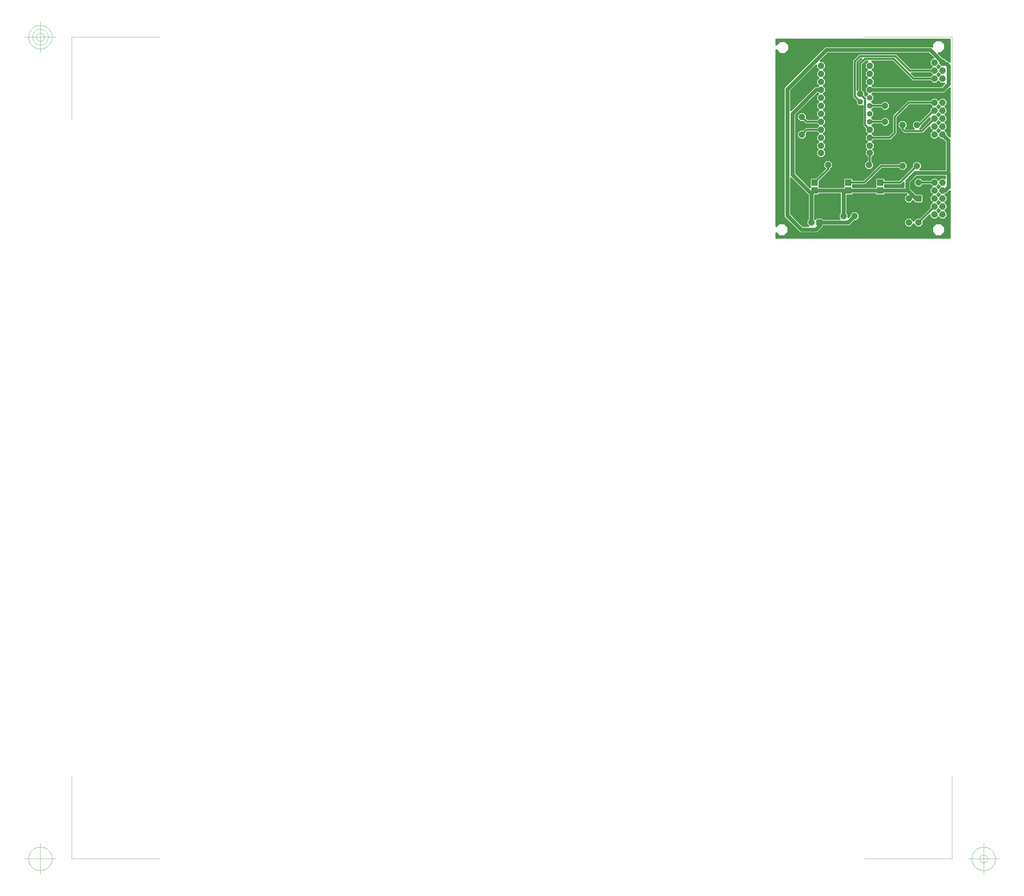
<source format=gbr>
G04 Generated by Ultiboard *
%FSLAX25Y25*%
%MOIN*%

%ADD10C,0.05000*%
%ADD11C,0.02500*%
%ADD12C,0.00394*%
%ADD13C,0.08000*%
%ADD14C,0.07000*%
%ADD15R,0.04083X0.04083*%
%ADD16C,0.03917*%
%ADD17R,0.08000X0.08000*%
%ADD18R,0.04667X0.04667*%
%ADD19C,0.03333*%


G04 ColorRGB 0000FF for the following layer *
%LNCopper Bottom*%
%LPD*%
%FSLAX25Y25*%
%MOIN*%
G54D10*
X230000Y156000D02*
X347050Y156000D01*
X272000Y116000D02*
X236000Y116000D01*
X245000Y332000D02*
X374550Y332000D01*
X195850Y282850D02*
X195850Y124800D01*
X202200Y252200D02*
X202200Y175800D01*
X232000Y282000D02*
X202200Y252200D01*
X226000Y116000D02*
X226000Y152000D01*
X195850Y124800D02*
X213450Y107200D01*
X213450Y107200D02*
X231668Y107200D01*
X231668Y107200D02*
X236100Y111632D01*
X236100Y115900D02*
X236000Y116000D01*
X236100Y111632D02*
X236100Y115900D01*
X202200Y175800D02*
X226000Y152000D01*
X226000Y152000D02*
X230000Y156000D01*
X245000Y332000D02*
X195850Y282850D01*
X238000Y282000D02*
X232000Y282000D01*
X396000Y178000D02*
X356000Y178000D01*
X266220Y124000D02*
X266220Y155780D01*
X280000Y124000D02*
X272000Y116000D01*
X345782Y156768D02*
X345782Y167782D01*
X356550Y146000D02*
X346550Y156000D01*
X346550Y156000D02*
X345782Y156768D01*
X356000Y178000D02*
X345782Y167782D01*
X356550Y146000D02*
X360000Y146000D01*
X397300Y218700D02*
X397300Y176700D01*
X397500Y160300D02*
X393200Y156000D01*
X397500Y176500D02*
X397500Y160300D01*
X393200Y156000D02*
X390000Y156000D01*
X397500Y176500D02*
X396000Y178000D01*
X390000Y226000D02*
X397300Y218700D01*
X299000Y282000D02*
X390400Y282000D01*
X390000Y316550D02*
X374550Y332000D01*
X397500Y289100D02*
X397500Y312050D01*
X394700Y314850D02*
X391150Y314850D01*
X397500Y312050D02*
X394700Y314850D01*
X391150Y314850D02*
X390000Y316000D01*
X390000Y316550D02*
X390000Y316000D01*
X390400Y282000D02*
X397500Y289100D01*
G54D11*
X241556Y307000D02*
X244050Y309494D01*
X244050Y309494D02*
X244050Y314506D01*
X244050Y314506D02*
X240506Y318050D01*
X240506Y318050D02*
X237485Y318050D01*
X237485Y318050D02*
X238252Y318817D01*
X238252Y318817D02*
X276800Y318817D01*
X276800Y318817D02*
X276800Y296630D01*
X276800Y296630D02*
X241926Y296630D01*
X241926Y296630D02*
X241556Y297000D01*
X241556Y297000D02*
X244050Y299494D01*
X244050Y299494D02*
X244050Y304506D01*
X244050Y304506D02*
X241556Y307000D01*
G36*
X241556Y307000D02*
X244050Y309494D01*
X244050Y314506D01*
X240506Y318050D01*
X237485Y318050D01*
X238252Y318817D01*
X276800Y318817D01*
X276800Y296630D01*
X241926Y296630D01*
X241556Y297000D01*
X244050Y299494D01*
X244050Y304506D01*
X241556Y307000D01*
G37*
X241556Y307000D02*
X244050Y309494D01*
X244050Y309494D02*
X244050Y314506D01*
X244050Y314506D02*
X240506Y318050D01*
X240506Y318050D02*
X237485Y318050D01*
X237485Y318050D02*
X238252Y318817D01*
X238252Y318817D02*
X276800Y318817D01*
X276800Y318817D02*
X276800Y296630D01*
X276800Y296630D02*
X241926Y296630D01*
X241926Y296630D02*
X241556Y297000D01*
X241556Y297000D02*
X244050Y299494D01*
X244050Y299494D02*
X244050Y304506D01*
X244050Y304506D02*
X241556Y307000D01*
X246885Y327450D02*
X290500Y327450D01*
X290500Y327450D02*
X290500Y327400D01*
X290500Y327400D02*
X285383Y327400D01*
X285383Y327400D02*
X276800Y318817D01*
X276800Y318817D02*
X238252Y318817D01*
X238252Y318817D02*
X246885Y327450D01*
G36*
X246885Y327450D02*
X290500Y327450D01*
X290500Y327400D01*
X285383Y327400D01*
X276800Y318817D01*
X238252Y318817D01*
X246885Y327450D01*
G37*
X246885Y327450D02*
X290500Y327450D01*
X290500Y327450D02*
X290500Y327400D01*
X290500Y327400D02*
X285383Y327400D01*
X285383Y327400D02*
X276800Y318817D01*
X276800Y318817D02*
X238252Y318817D01*
X238252Y318817D02*
X246885Y327450D01*
X235225Y344750D02*
X290500Y344750D01*
X290500Y344750D02*
X290500Y336550D01*
X290500Y336550D02*
X243115Y336550D01*
X243115Y336550D02*
X235225Y328660D01*
X235225Y328660D02*
X235225Y344750D01*
G36*
X235225Y344750D02*
X290500Y344750D01*
X290500Y336550D01*
X243115Y336550D01*
X235225Y328660D01*
X235225Y344750D01*
G37*
X235225Y344750D02*
X290500Y344750D01*
X290500Y344750D02*
X290500Y336550D01*
X290500Y336550D02*
X243115Y336550D01*
X243115Y336550D02*
X235225Y328660D01*
X235225Y328660D02*
X235225Y344750D01*
X241556Y247000D02*
X244050Y249494D01*
X244050Y249494D02*
X244050Y254506D01*
X244050Y254506D02*
X241556Y257000D01*
X241556Y257000D02*
X244050Y259494D01*
X244050Y259494D02*
X244050Y264506D01*
X244050Y264506D02*
X241556Y267000D01*
X241556Y267000D02*
X244050Y269494D01*
X244050Y269494D02*
X244050Y274506D01*
X244050Y274506D02*
X243289Y275267D01*
X243289Y275267D02*
X276800Y275267D01*
X276800Y275267D02*
X276800Y272533D01*
X276800Y272533D02*
X281450Y267883D01*
X281450Y267883D02*
X281450Y264701D01*
X281450Y264701D02*
X284701Y261450D01*
X284701Y261450D02*
X289299Y261450D01*
X289299Y261450D02*
X289700Y261851D01*
X289700Y261851D02*
X289700Y246210D01*
X289700Y246210D02*
X242346Y246210D01*
X242346Y246210D02*
X241556Y247000D01*
G36*
X241556Y247000D02*
X244050Y249494D01*
X244050Y254506D01*
X241556Y257000D01*
X244050Y259494D01*
X244050Y264506D01*
X241556Y267000D01*
X244050Y269494D01*
X244050Y274506D01*
X243289Y275267D01*
X276800Y275267D01*
X276800Y272533D01*
X281450Y267883D01*
X281450Y264701D01*
X284701Y261450D01*
X289299Y261450D01*
X289700Y261851D01*
X289700Y246210D01*
X242346Y246210D01*
X241556Y247000D01*
G37*
X241556Y247000D02*
X244050Y249494D01*
X244050Y249494D02*
X244050Y254506D01*
X244050Y254506D02*
X241556Y257000D01*
X241556Y257000D02*
X244050Y259494D01*
X244050Y259494D02*
X244050Y264506D01*
X244050Y264506D02*
X241556Y267000D01*
X241556Y267000D02*
X244050Y269494D01*
X244050Y269494D02*
X244050Y274506D01*
X244050Y274506D02*
X243289Y275267D01*
X243289Y275267D02*
X276800Y275267D01*
X276800Y275267D02*
X276800Y272533D01*
X276800Y272533D02*
X281450Y267883D01*
X281450Y267883D02*
X281450Y264701D01*
X281450Y264701D02*
X284701Y261450D01*
X284701Y261450D02*
X289299Y261450D01*
X289299Y261450D02*
X289700Y261851D01*
X289700Y261851D02*
X289700Y246210D01*
X289700Y246210D02*
X242346Y246210D01*
X242346Y246210D02*
X241556Y247000D01*
X241556Y277000D02*
X244050Y279494D01*
X244050Y279494D02*
X244050Y284506D01*
X244050Y284506D02*
X241556Y287000D01*
X241556Y287000D02*
X244050Y289494D01*
X244050Y289494D02*
X244050Y294506D01*
X244050Y294506D02*
X241926Y296630D01*
X241926Y296630D02*
X276800Y296630D01*
X276800Y296630D02*
X276800Y275267D01*
X276800Y275267D02*
X243289Y275267D01*
X243289Y275267D02*
X241556Y277000D01*
G36*
X241556Y277000D02*
X244050Y279494D01*
X244050Y284506D01*
X241556Y287000D01*
X244050Y289494D01*
X244050Y294506D01*
X241926Y296630D01*
X276800Y296630D01*
X276800Y275267D01*
X243289Y275267D01*
X241556Y277000D01*
G37*
X241556Y277000D02*
X244050Y279494D01*
X244050Y279494D02*
X244050Y284506D01*
X244050Y284506D02*
X241556Y287000D01*
X241556Y287000D02*
X244050Y289494D01*
X244050Y289494D02*
X244050Y294506D01*
X244050Y294506D02*
X241926Y296630D01*
X241926Y296630D02*
X276800Y296630D01*
X276800Y296630D02*
X276800Y275267D01*
X276800Y275267D02*
X243289Y275267D01*
X243289Y275267D02*
X241556Y277000D01*
X241556Y217000D02*
X244050Y219494D01*
X244050Y219494D02*
X244050Y224506D01*
X244050Y224506D02*
X241556Y227000D01*
X241556Y227000D02*
X244050Y229494D01*
X244050Y229494D02*
X244050Y234506D01*
X244050Y234506D02*
X241556Y237000D01*
X241556Y237000D02*
X244050Y239494D01*
X244050Y239494D02*
X244050Y244506D01*
X244050Y244506D02*
X242346Y246210D01*
X242346Y246210D02*
X289700Y246210D01*
X289700Y246210D02*
X289700Y236633D01*
X289700Y236633D02*
X290500Y235833D01*
X290500Y235833D02*
X290500Y195790D01*
X290500Y195790D02*
X235225Y195790D01*
X235225Y195790D02*
X235225Y197219D01*
X235225Y197219D02*
X235494Y196950D01*
X235494Y196950D02*
X240506Y196950D01*
X240506Y196950D02*
X244050Y200494D01*
X244050Y200494D02*
X244050Y205506D01*
X244050Y205506D02*
X242056Y207500D01*
X242056Y207500D02*
X244050Y209494D01*
X244050Y209494D02*
X244050Y214506D01*
X244050Y214506D02*
X241556Y217000D01*
G36*
X241556Y217000D02*
X244050Y219494D01*
X244050Y224506D01*
X241556Y227000D01*
X244050Y229494D01*
X244050Y234506D01*
X241556Y237000D01*
X244050Y239494D01*
X244050Y244506D01*
X242346Y246210D01*
X289700Y246210D01*
X289700Y236633D01*
X290500Y235833D01*
X290500Y195790D01*
X235225Y195790D01*
X235225Y197219D01*
X235494Y196950D01*
X240506Y196950D01*
X244050Y200494D01*
X244050Y205506D01*
X242056Y207500D01*
X244050Y209494D01*
X244050Y214506D01*
X241556Y217000D01*
G37*
X241556Y217000D02*
X244050Y219494D01*
X244050Y219494D02*
X244050Y224506D01*
X244050Y224506D02*
X241556Y227000D01*
X241556Y227000D02*
X244050Y229494D01*
X244050Y229494D02*
X244050Y234506D01*
X244050Y234506D02*
X241556Y237000D01*
X241556Y237000D02*
X244050Y239494D01*
X244050Y239494D02*
X244050Y244506D01*
X244050Y244506D02*
X242346Y246210D01*
X242346Y246210D02*
X289700Y246210D01*
X289700Y246210D02*
X289700Y236633D01*
X289700Y236633D02*
X290500Y235833D01*
X290500Y235833D02*
X290500Y195790D01*
X290500Y195790D02*
X235225Y195790D01*
X235225Y195790D02*
X235225Y197219D01*
X235225Y197219D02*
X235494Y196950D01*
X235494Y196950D02*
X240506Y196950D01*
X240506Y196950D02*
X244050Y200494D01*
X244050Y200494D02*
X244050Y205506D01*
X244050Y205506D02*
X242056Y207500D01*
X242056Y207500D02*
X244050Y209494D01*
X244050Y209494D02*
X244050Y214506D01*
X244050Y214506D02*
X241556Y217000D01*
X250119Y182744D02*
X252869Y185494D01*
X252869Y185494D02*
X252869Y190506D01*
X252869Y190506D02*
X249325Y194050D01*
X249325Y194050D02*
X245452Y194050D01*
X245452Y194050D02*
X245452Y195790D01*
X245452Y195790D02*
X290500Y195790D01*
X290500Y195790D02*
X290500Y169300D01*
X290500Y169300D02*
X278050Y169300D01*
X278050Y169300D02*
X278050Y170849D01*
X278050Y170849D02*
X276849Y172050D01*
X276849Y172050D02*
X267151Y172050D01*
X267151Y172050D02*
X265950Y170849D01*
X265950Y170849D02*
X265950Y167665D01*
X265950Y167665D02*
X245452Y167665D01*
X245452Y167665D02*
X245452Y176785D01*
X245452Y176785D02*
X250119Y181452D01*
X250119Y181452D02*
X250119Y182744D01*
G36*
X250119Y182744D02*
X252869Y185494D01*
X252869Y190506D01*
X249325Y194050D01*
X245452Y194050D01*
X245452Y195790D01*
X290500Y195790D01*
X290500Y169300D01*
X278050Y169300D01*
X278050Y170849D01*
X276849Y172050D01*
X267151Y172050D01*
X265950Y170849D01*
X265950Y167665D01*
X245452Y167665D01*
X245452Y176785D01*
X250119Y181452D01*
X250119Y182744D01*
G37*
X250119Y182744D02*
X252869Y185494D01*
X252869Y185494D02*
X252869Y190506D01*
X252869Y190506D02*
X249325Y194050D01*
X249325Y194050D02*
X245452Y194050D01*
X245452Y194050D02*
X245452Y195790D01*
X245452Y195790D02*
X290500Y195790D01*
X290500Y195790D02*
X290500Y169300D01*
X290500Y169300D02*
X278050Y169300D01*
X278050Y169300D02*
X278050Y170849D01*
X278050Y170849D02*
X276849Y172050D01*
X276849Y172050D02*
X267151Y172050D01*
X267151Y172050D02*
X265950Y170849D01*
X265950Y170849D02*
X265950Y167665D01*
X265950Y167665D02*
X245452Y167665D01*
X245452Y167665D02*
X245452Y176785D01*
X245452Y176785D02*
X250119Y181452D01*
X250119Y181452D02*
X250119Y182744D01*
X245452Y151450D02*
X261670Y151450D01*
X261670Y151450D02*
X261670Y145370D01*
X261670Y145370D02*
X245452Y145370D01*
X245452Y145370D02*
X245452Y151450D01*
G36*
X245452Y151450D02*
X261670Y151450D01*
X261670Y145370D01*
X245452Y145370D01*
X245452Y151450D01*
G37*
X245452Y151450D02*
X261670Y151450D01*
X261670Y151450D02*
X261670Y145370D01*
X261670Y145370D02*
X245452Y145370D01*
X245452Y145370D02*
X245452Y151450D01*
X266101Y161000D02*
X265950Y160849D01*
X265950Y160849D02*
X265950Y160550D01*
X265950Y160550D02*
X245452Y160550D01*
X245452Y160550D02*
X245452Y167665D01*
X245452Y167665D02*
X265950Y167665D01*
X265950Y167665D02*
X265950Y161151D01*
X265950Y161151D02*
X266101Y161000D01*
G36*
X266101Y161000D02*
X265950Y160849D01*
X265950Y160550D01*
X245452Y160550D01*
X245452Y167665D01*
X265950Y167665D01*
X265950Y161151D01*
X266101Y161000D01*
G37*
X266101Y161000D02*
X265950Y160849D01*
X265950Y160849D02*
X265950Y160550D01*
X265950Y160550D02*
X245452Y160550D01*
X245452Y160550D02*
X245452Y167665D01*
X245452Y167665D02*
X265950Y167665D01*
X265950Y167665D02*
X265950Y161151D01*
X265950Y161151D02*
X266101Y161000D01*
X261670Y128006D02*
X260170Y126506D01*
X260170Y126506D02*
X260170Y121494D01*
X260170Y121494D02*
X261114Y120550D01*
X261114Y120550D02*
X241202Y120550D01*
X241202Y120550D02*
X239702Y122050D01*
X239702Y122050D02*
X235225Y122050D01*
X235225Y122050D02*
X235225Y145370D01*
X235225Y145370D02*
X261670Y145370D01*
X261670Y145370D02*
X261670Y128006D01*
G36*
X261670Y128006D02*
X260170Y126506D01*
X260170Y121494D01*
X261114Y120550D01*
X241202Y120550D01*
X239702Y122050D01*
X235225Y122050D01*
X235225Y145370D01*
X261670Y145370D01*
X261670Y128006D01*
G37*
X261670Y128006D02*
X260170Y126506D01*
X260170Y126506D02*
X260170Y121494D01*
X260170Y121494D02*
X261114Y120550D01*
X261114Y120550D02*
X241202Y120550D01*
X241202Y120550D02*
X239702Y122050D01*
X239702Y122050D02*
X235225Y122050D01*
X235225Y122050D02*
X235225Y145370D01*
X235225Y145370D02*
X261670Y145370D01*
X261670Y145370D02*
X261670Y128006D01*
X240650Y110898D02*
X241202Y111450D01*
X241202Y111450D02*
X273885Y111450D01*
X273885Y111450D02*
X280319Y117885D01*
X280319Y117885D02*
X290500Y117885D01*
X290500Y117885D02*
X290500Y97250D01*
X290500Y97250D02*
X235225Y97250D01*
X235225Y97250D02*
X235225Y104323D01*
X235225Y104323D02*
X240650Y109748D01*
X240650Y109748D02*
X240650Y110898D01*
G36*
X240650Y110898D02*
X241202Y111450D01*
X273885Y111450D01*
X280319Y117885D01*
X290500Y117885D01*
X290500Y97250D01*
X235225Y97250D01*
X235225Y104323D01*
X240650Y109748D01*
X240650Y110898D01*
G37*
X240650Y110898D02*
X241202Y111450D01*
X241202Y111450D02*
X273885Y111450D01*
X273885Y111450D02*
X280319Y117885D01*
X280319Y117885D02*
X290500Y117885D01*
X290500Y117885D02*
X290500Y97250D01*
X290500Y97250D02*
X235225Y97250D01*
X235225Y97250D02*
X235225Y104323D01*
X235225Y104323D02*
X240650Y109748D01*
X240650Y109748D02*
X240650Y110898D01*
X182250Y246210D02*
X182250Y296630D01*
X182250Y296630D02*
X203195Y296630D01*
X203195Y296630D02*
X191300Y284735D01*
X191300Y284735D02*
X191300Y246210D01*
X191300Y246210D02*
X182250Y246210D01*
G36*
X182250Y246210D02*
X182250Y296630D01*
X203195Y296630D01*
X191300Y284735D01*
X191300Y246210D01*
X182250Y246210D01*
G37*
X182250Y246210D02*
X182250Y296630D01*
X182250Y296630D02*
X203195Y296630D01*
X203195Y296630D02*
X191300Y284735D01*
X191300Y284735D02*
X191300Y246210D01*
X191300Y246210D02*
X182250Y246210D01*
X234444Y257000D02*
X231950Y254506D01*
X231950Y254506D02*
X231950Y249494D01*
X231950Y249494D02*
X234444Y247000D01*
X234444Y247000D02*
X233654Y246210D01*
X233654Y246210D02*
X220457Y246210D01*
X220457Y246210D02*
X220050Y246617D01*
X220050Y246617D02*
X220050Y250506D01*
X220050Y250506D02*
X216506Y254050D01*
X216506Y254050D02*
X211494Y254050D01*
X211494Y254050D02*
X207950Y250506D01*
X207950Y250506D02*
X207950Y246210D01*
X207950Y246210D02*
X206750Y246210D01*
X206750Y246210D02*
X206750Y250315D01*
X206750Y250315D02*
X233885Y277450D01*
X233885Y277450D02*
X233994Y277450D01*
X233994Y277450D02*
X234444Y277000D01*
X234444Y277000D02*
X231950Y274506D01*
X231950Y274506D02*
X231950Y269494D01*
X231950Y269494D02*
X234444Y267000D01*
X234444Y267000D02*
X231950Y264506D01*
X231950Y264506D02*
X231950Y259494D01*
X231950Y259494D02*
X234444Y257000D01*
G36*
X234444Y257000D02*
X231950Y254506D01*
X231950Y249494D01*
X234444Y247000D01*
X233654Y246210D01*
X220457Y246210D01*
X220050Y246617D01*
X220050Y250506D01*
X216506Y254050D01*
X211494Y254050D01*
X207950Y250506D01*
X207950Y246210D01*
X206750Y246210D01*
X206750Y250315D01*
X233885Y277450D01*
X233994Y277450D01*
X234444Y277000D01*
X231950Y274506D01*
X231950Y269494D01*
X234444Y267000D01*
X231950Y264506D01*
X231950Y259494D01*
X234444Y257000D01*
G37*
X234444Y257000D02*
X231950Y254506D01*
X231950Y254506D02*
X231950Y249494D01*
X231950Y249494D02*
X234444Y247000D01*
X234444Y247000D02*
X233654Y246210D01*
X233654Y246210D02*
X220457Y246210D01*
X220457Y246210D02*
X220050Y246617D01*
X220050Y246617D02*
X220050Y250506D01*
X220050Y250506D02*
X216506Y254050D01*
X216506Y254050D02*
X211494Y254050D01*
X211494Y254050D02*
X207950Y250506D01*
X207950Y250506D02*
X207950Y246210D01*
X207950Y246210D02*
X206750Y246210D01*
X206750Y246210D02*
X206750Y250315D01*
X206750Y250315D02*
X233885Y277450D01*
X233885Y277450D02*
X233994Y277450D01*
X233994Y277450D02*
X234444Y277000D01*
X234444Y277000D02*
X231950Y274506D01*
X231950Y274506D02*
X231950Y269494D01*
X231950Y269494D02*
X234444Y267000D01*
X234444Y267000D02*
X231950Y264506D01*
X231950Y264506D02*
X231950Y259494D01*
X231950Y259494D02*
X234444Y257000D01*
X200400Y126685D02*
X200400Y145370D01*
X200400Y145370D02*
X211565Y145370D01*
X211565Y145370D02*
X211565Y115519D01*
X211565Y115519D02*
X200400Y126685D01*
G36*
X200400Y126685D02*
X200400Y145370D01*
X211565Y145370D01*
X211565Y115519D01*
X200400Y126685D01*
G37*
X200400Y126685D02*
X200400Y145370D01*
X200400Y145370D02*
X211565Y145370D01*
X211565Y145370D02*
X211565Y115519D01*
X211565Y115519D02*
X200400Y126685D01*
X235225Y122050D02*
X232298Y122050D01*
X232298Y122050D02*
X230550Y120302D01*
X230550Y120302D02*
X230550Y145370D01*
X230550Y145370D02*
X235225Y145370D01*
X235225Y145370D02*
X235225Y122050D01*
G36*
X235225Y122050D02*
X232298Y122050D01*
X230550Y120302D01*
X230550Y145370D01*
X235225Y145370D01*
X235225Y122050D01*
G37*
X235225Y122050D02*
X232298Y122050D01*
X232298Y122050D02*
X230550Y120302D01*
X230550Y120302D02*
X230550Y145370D01*
X230550Y145370D02*
X235225Y145370D01*
X235225Y145370D02*
X235225Y122050D01*
X221450Y120006D02*
X219950Y118506D01*
X219950Y118506D02*
X219950Y117665D01*
X219950Y117665D02*
X211565Y117665D01*
X211565Y117665D02*
X211565Y145370D01*
X211565Y145370D02*
X221450Y145370D01*
X221450Y145370D02*
X221450Y120006D01*
G36*
X221450Y120006D02*
X219950Y118506D01*
X219950Y117665D01*
X211565Y117665D01*
X211565Y145370D01*
X221450Y145370D01*
X221450Y120006D01*
G37*
X221450Y120006D02*
X219950Y118506D01*
X219950Y118506D02*
X219950Y117665D01*
X219950Y117665D02*
X211565Y117665D01*
X211565Y117665D02*
X211565Y145370D01*
X211565Y145370D02*
X221450Y145370D01*
X221450Y145370D02*
X221450Y120006D01*
X211565Y97250D02*
X182250Y97250D01*
X182250Y97250D02*
X182250Y102366D01*
X182250Y102366D02*
X185666Y98950D01*
X185666Y98950D02*
X192334Y98950D01*
X192334Y98950D02*
X197050Y103666D01*
X197050Y103666D02*
X197050Y110334D01*
X197050Y110334D02*
X192334Y115050D01*
X192334Y115050D02*
X185666Y115050D01*
X185666Y115050D02*
X182250Y111634D01*
X182250Y111634D02*
X182250Y145370D01*
X182250Y145370D02*
X191300Y145370D01*
X191300Y145370D02*
X191300Y122915D01*
X191300Y122915D02*
X211565Y102650D01*
X211565Y102650D02*
X211565Y97250D01*
G36*
X211565Y97250D02*
X182250Y97250D01*
X182250Y102366D01*
X185666Y98950D01*
X192334Y98950D01*
X197050Y103666D01*
X197050Y110334D01*
X192334Y115050D01*
X185666Y115050D01*
X182250Y111634D01*
X182250Y145370D01*
X191300Y145370D01*
X191300Y122915D01*
X211565Y102650D01*
X211565Y97250D01*
G37*
X211565Y97250D02*
X182250Y97250D01*
X182250Y97250D02*
X182250Y102366D01*
X182250Y102366D02*
X185666Y98950D01*
X185666Y98950D02*
X192334Y98950D01*
X192334Y98950D02*
X197050Y103666D01*
X197050Y103666D02*
X197050Y110334D01*
X197050Y110334D02*
X192334Y115050D01*
X192334Y115050D02*
X185666Y115050D01*
X185666Y115050D02*
X182250Y111634D01*
X182250Y111634D02*
X182250Y145370D01*
X182250Y145370D02*
X191300Y145370D01*
X191300Y145370D02*
X191300Y122915D01*
X191300Y122915D02*
X211565Y102650D01*
X211565Y102650D02*
X211565Y97250D01*
X235225Y97250D02*
X211565Y97250D01*
X211565Y97250D02*
X211565Y102650D01*
X211565Y102650D02*
X233552Y102650D01*
X233552Y102650D02*
X235225Y104323D01*
X235225Y104323D02*
X235225Y97250D01*
G36*
X235225Y97250D02*
X211565Y97250D01*
X211565Y102650D01*
X233552Y102650D01*
X235225Y104323D01*
X235225Y97250D01*
G37*
X235225Y97250D02*
X211565Y97250D01*
X211565Y97250D02*
X211565Y102650D01*
X211565Y102650D02*
X233552Y102650D01*
X233552Y102650D02*
X235225Y104323D01*
X235225Y104323D02*
X235225Y97250D01*
X219950Y117665D02*
X219950Y113494D01*
X219950Y113494D02*
X221694Y111750D01*
X221694Y111750D02*
X215335Y111750D01*
X215335Y111750D02*
X211565Y115519D01*
X211565Y115519D02*
X211565Y117665D01*
X211565Y117665D02*
X219950Y117665D01*
G36*
X219950Y117665D02*
X219950Y113494D01*
X221694Y111750D01*
X215335Y111750D01*
X211565Y115519D01*
X211565Y117665D01*
X219950Y117665D01*
G37*
X219950Y117665D02*
X219950Y113494D01*
X219950Y113494D02*
X221694Y111750D01*
X221694Y111750D02*
X215335Y111750D01*
X215335Y111750D02*
X211565Y115519D01*
X211565Y115519D02*
X211565Y117665D01*
X211565Y117665D02*
X219950Y117665D01*
X182250Y195790D02*
X182250Y227665D01*
X182250Y227665D02*
X191300Y227665D01*
X191300Y227665D02*
X191300Y195790D01*
X191300Y195790D02*
X182250Y195790D01*
G36*
X182250Y195790D02*
X182250Y227665D01*
X191300Y227665D01*
X191300Y195790D01*
X182250Y195790D01*
G37*
X182250Y195790D02*
X182250Y227665D01*
X182250Y227665D02*
X191300Y227665D01*
X191300Y227665D02*
X191300Y195790D01*
X191300Y195790D02*
X182250Y195790D01*
X182250Y227665D02*
X182250Y246210D01*
X182250Y246210D02*
X191300Y246210D01*
X191300Y246210D02*
X191300Y227665D01*
X191300Y227665D02*
X182250Y227665D01*
G36*
X182250Y227665D02*
X182250Y246210D01*
X191300Y246210D01*
X191300Y227665D01*
X182250Y227665D01*
G37*
X182250Y227665D02*
X182250Y246210D01*
X182250Y246210D02*
X191300Y246210D01*
X191300Y246210D02*
X191300Y227665D01*
X191300Y227665D02*
X182250Y227665D01*
X182250Y145370D02*
X182250Y154115D01*
X182250Y154115D02*
X191300Y154115D01*
X191300Y154115D02*
X191300Y145370D01*
X191300Y145370D02*
X182250Y145370D01*
G36*
X182250Y145370D02*
X182250Y154115D01*
X191300Y154115D01*
X191300Y145370D01*
X182250Y145370D01*
G37*
X182250Y145370D02*
X182250Y154115D01*
X182250Y154115D02*
X191300Y154115D01*
X191300Y154115D02*
X191300Y145370D01*
X191300Y145370D02*
X182250Y145370D01*
X182250Y154115D02*
X182250Y167665D01*
X182250Y167665D02*
X191300Y167665D01*
X191300Y167665D02*
X191300Y154115D01*
X191300Y154115D02*
X182250Y154115D01*
G36*
X182250Y154115D02*
X182250Y167665D01*
X191300Y167665D01*
X191300Y154115D01*
X182250Y154115D01*
G37*
X182250Y154115D02*
X182250Y167665D01*
X182250Y167665D02*
X191300Y167665D01*
X191300Y167665D02*
X191300Y154115D01*
X191300Y154115D02*
X182250Y154115D01*
X182250Y167665D02*
X182250Y195790D01*
X182250Y195790D02*
X191300Y195790D01*
X191300Y195790D02*
X191300Y167665D01*
X191300Y167665D02*
X182250Y167665D01*
G36*
X182250Y167665D02*
X182250Y195790D01*
X191300Y195790D01*
X191300Y167665D01*
X182250Y167665D01*
G37*
X182250Y167665D02*
X182250Y195790D01*
X182250Y195790D02*
X191300Y195790D01*
X191300Y195790D02*
X191300Y167665D01*
X191300Y167665D02*
X182250Y167665D01*
X231383Y172050D02*
X225151Y172050D01*
X225151Y172050D02*
X223950Y170849D01*
X223950Y170849D02*
X223950Y167665D01*
X223950Y167665D02*
X216770Y167665D01*
X216770Y167665D02*
X206750Y177685D01*
X206750Y177685D02*
X206750Y195790D01*
X206750Y195790D02*
X235225Y195790D01*
X235225Y195790D02*
X235225Y175892D01*
X235225Y175892D02*
X231383Y172050D01*
G36*
X231383Y172050D02*
X225151Y172050D01*
X223950Y170849D01*
X223950Y167665D01*
X216770Y167665D01*
X206750Y177685D01*
X206750Y195790D01*
X235225Y195790D01*
X235225Y175892D01*
X231383Y172050D01*
G37*
X231383Y172050D02*
X225151Y172050D01*
X225151Y172050D02*
X223950Y170849D01*
X223950Y170849D02*
X223950Y167665D01*
X223950Y167665D02*
X216770Y167665D01*
X216770Y167665D02*
X206750Y177685D01*
X206750Y177685D02*
X206750Y195790D01*
X206750Y195790D02*
X235225Y195790D01*
X235225Y195790D02*
X235225Y175892D01*
X235225Y175892D02*
X231383Y172050D01*
X245452Y194050D02*
X244313Y194050D01*
X244313Y194050D02*
X240769Y190506D01*
X240769Y190506D02*
X240769Y185494D01*
X240769Y185494D02*
X242798Y183465D01*
X242798Y183465D02*
X235225Y175892D01*
X235225Y175892D02*
X235225Y195790D01*
X235225Y195790D02*
X245452Y195790D01*
X245452Y195790D02*
X245452Y194050D01*
G36*
X245452Y194050D02*
X244313Y194050D01*
X240769Y190506D01*
X240769Y185494D01*
X242798Y183465D01*
X235225Y175892D01*
X235225Y195790D01*
X245452Y195790D01*
X245452Y194050D01*
G37*
X245452Y194050D02*
X244313Y194050D01*
X244313Y194050D02*
X240769Y190506D01*
X240769Y190506D02*
X240769Y185494D01*
X240769Y185494D02*
X242798Y183465D01*
X242798Y183465D02*
X235225Y175892D01*
X235225Y175892D02*
X235225Y195790D01*
X235225Y195790D02*
X245452Y195790D01*
X245452Y195790D02*
X245452Y194050D01*
X224101Y161000D02*
X223950Y160849D01*
X223950Y160849D02*
X223950Y160485D01*
X223950Y160485D02*
X216770Y167665D01*
X216770Y167665D02*
X223950Y167665D01*
X223950Y167665D02*
X223950Y161151D01*
X223950Y161151D02*
X224101Y161000D01*
G36*
X224101Y161000D02*
X223950Y160849D01*
X223950Y160485D01*
X216770Y167665D01*
X223950Y167665D01*
X223950Y161151D01*
X224101Y161000D01*
G37*
X224101Y161000D02*
X223950Y160849D01*
X223950Y160849D02*
X223950Y160485D01*
X223950Y160485D02*
X216770Y167665D01*
X216770Y167665D02*
X223950Y167665D01*
X223950Y167665D02*
X223950Y161151D01*
X223950Y161151D02*
X224101Y161000D01*
X200400Y145370D02*
X200400Y154115D01*
X200400Y154115D02*
X217450Y154115D01*
X217450Y154115D02*
X221450Y150115D01*
X221450Y150115D02*
X221450Y145370D01*
X221450Y145370D02*
X200400Y145370D01*
G36*
X200400Y145370D02*
X200400Y154115D01*
X217450Y154115D01*
X221450Y150115D01*
X221450Y145370D01*
X200400Y145370D01*
G37*
X200400Y145370D02*
X200400Y154115D01*
X200400Y154115D02*
X217450Y154115D01*
X217450Y154115D02*
X221450Y150115D01*
X221450Y150115D02*
X221450Y145370D01*
X221450Y145370D02*
X200400Y145370D01*
X200400Y154115D02*
X200400Y167665D01*
X200400Y167665D02*
X203901Y167665D01*
X203901Y167665D02*
X217450Y154115D01*
X217450Y154115D02*
X200400Y154115D01*
G36*
X200400Y154115D02*
X200400Y167665D01*
X203901Y167665D01*
X217450Y154115D01*
X200400Y154115D01*
G37*
X200400Y154115D02*
X200400Y167665D01*
X200400Y167665D02*
X203901Y167665D01*
X203901Y167665D02*
X217450Y154115D01*
X217450Y154115D02*
X200400Y154115D01*
X200400Y167665D02*
X200400Y171165D01*
X200400Y171165D02*
X203901Y167665D01*
X203901Y167665D02*
X200400Y167665D01*
G36*
X200400Y167665D02*
X200400Y171165D01*
X203901Y167665D01*
X200400Y167665D01*
G37*
X200400Y167665D02*
X200400Y171165D01*
X200400Y171165D02*
X203901Y167665D01*
X203901Y167665D02*
X200400Y167665D01*
X230550Y149950D02*
X234849Y149950D01*
X234849Y149950D02*
X235225Y150326D01*
X235225Y150326D02*
X235225Y145370D01*
X235225Y145370D02*
X230550Y145370D01*
X230550Y145370D02*
X230550Y149950D01*
G36*
X230550Y149950D02*
X234849Y149950D01*
X235225Y150326D01*
X235225Y145370D01*
X230550Y145370D01*
X230550Y149950D01*
G37*
X230550Y149950D02*
X234849Y149950D01*
X234849Y149950D02*
X235225Y150326D01*
X235225Y150326D02*
X235225Y145370D01*
X235225Y145370D02*
X230550Y145370D01*
X230550Y145370D02*
X230550Y149950D01*
X235225Y150326D02*
X236050Y151151D01*
X236050Y151151D02*
X236050Y151450D01*
X236050Y151450D02*
X245452Y151450D01*
X245452Y151450D02*
X245452Y145370D01*
X245452Y145370D02*
X235225Y145370D01*
X235225Y145370D02*
X235225Y150326D01*
G36*
X235225Y150326D02*
X236050Y151151D01*
X236050Y151450D01*
X245452Y151450D01*
X245452Y145370D01*
X235225Y145370D01*
X235225Y150326D01*
G37*
X235225Y150326D02*
X236050Y151151D01*
X236050Y151151D02*
X236050Y151450D01*
X236050Y151450D02*
X245452Y151450D01*
X245452Y151450D02*
X245452Y145370D01*
X245452Y145370D02*
X235225Y145370D01*
X235225Y145370D02*
X235225Y150326D01*
X236050Y160550D02*
X236050Y160849D01*
X236050Y160849D02*
X235899Y161000D01*
X235899Y161000D02*
X236050Y161151D01*
X236050Y161151D02*
X236050Y167383D01*
X236050Y167383D02*
X245452Y176785D01*
X245452Y176785D02*
X245452Y160550D01*
X245452Y160550D02*
X236050Y160550D01*
G36*
X236050Y160550D02*
X236050Y160849D01*
X235899Y161000D01*
X236050Y161151D01*
X236050Y167383D01*
X245452Y176785D01*
X245452Y160550D01*
X236050Y160550D01*
G37*
X236050Y160550D02*
X236050Y160849D01*
X236050Y160849D02*
X235899Y161000D01*
X235899Y161000D02*
X236050Y161151D01*
X236050Y161151D02*
X236050Y167383D01*
X236050Y167383D02*
X245452Y176785D01*
X245452Y176785D02*
X245452Y160550D01*
X245452Y160550D02*
X236050Y160550D01*
X220457Y246210D02*
X221367Y246210D01*
X221367Y246210D02*
X221367Y245300D01*
X221367Y245300D02*
X220457Y246210D01*
G36*
X220457Y246210D02*
X221367Y246210D01*
X221367Y245300D01*
X220457Y246210D01*
G37*
X220457Y246210D02*
X221367Y246210D01*
X221367Y246210D02*
X221367Y245300D01*
X221367Y245300D02*
X220457Y246210D01*
X207950Y227665D02*
X207950Y223494D01*
X207950Y223494D02*
X211494Y219950D01*
X211494Y219950D02*
X216506Y219950D01*
X216506Y219950D02*
X220050Y223494D01*
X220050Y223494D02*
X220050Y227383D01*
X220050Y227383D02*
X220331Y227665D01*
X220331Y227665D02*
X221367Y227665D01*
X221367Y227665D02*
X221367Y195790D01*
X221367Y195790D02*
X206750Y195790D01*
X206750Y195790D02*
X206750Y227665D01*
X206750Y227665D02*
X207950Y227665D01*
G36*
X207950Y227665D02*
X207950Y223494D01*
X211494Y219950D01*
X216506Y219950D01*
X220050Y223494D01*
X220050Y227383D01*
X220331Y227665D01*
X221367Y227665D01*
X221367Y195790D01*
X206750Y195790D01*
X206750Y227665D01*
X207950Y227665D01*
G37*
X207950Y227665D02*
X207950Y223494D01*
X207950Y223494D02*
X211494Y219950D01*
X211494Y219950D02*
X216506Y219950D01*
X216506Y219950D02*
X220050Y223494D01*
X220050Y223494D02*
X220050Y227383D01*
X220050Y227383D02*
X220331Y227665D01*
X220331Y227665D02*
X221367Y227665D01*
X221367Y227665D02*
X221367Y195790D01*
X221367Y195790D02*
X206750Y195790D01*
X206750Y195790D02*
X206750Y227665D01*
X206750Y227665D02*
X207950Y227665D01*
X234444Y227000D02*
X231950Y224506D01*
X231950Y224506D02*
X231950Y219494D01*
X231950Y219494D02*
X234444Y217000D01*
X234444Y217000D02*
X231950Y214506D01*
X231950Y214506D02*
X231950Y209494D01*
X231950Y209494D02*
X233944Y207500D01*
X233944Y207500D02*
X231950Y205506D01*
X231950Y205506D02*
X231950Y200494D01*
X231950Y200494D02*
X235225Y197219D01*
X235225Y197219D02*
X235225Y195790D01*
X235225Y195790D02*
X221367Y195790D01*
X221367Y195790D02*
X221367Y228700D01*
X221367Y228700D02*
X232744Y228700D01*
X232744Y228700D02*
X234444Y227000D01*
G36*
X234444Y227000D02*
X231950Y224506D01*
X231950Y219494D01*
X234444Y217000D01*
X231950Y214506D01*
X231950Y209494D01*
X233944Y207500D01*
X231950Y205506D01*
X231950Y200494D01*
X235225Y197219D01*
X235225Y195790D01*
X221367Y195790D01*
X221367Y228700D01*
X232744Y228700D01*
X234444Y227000D01*
G37*
X234444Y227000D02*
X231950Y224506D01*
X231950Y224506D02*
X231950Y219494D01*
X231950Y219494D02*
X234444Y217000D01*
X234444Y217000D02*
X231950Y214506D01*
X231950Y214506D02*
X231950Y209494D01*
X231950Y209494D02*
X233944Y207500D01*
X233944Y207500D02*
X231950Y205506D01*
X231950Y205506D02*
X231950Y200494D01*
X231950Y200494D02*
X235225Y197219D01*
X235225Y197219D02*
X235225Y195790D01*
X235225Y195790D02*
X221367Y195790D01*
X221367Y195790D02*
X221367Y228700D01*
X221367Y228700D02*
X232744Y228700D01*
X232744Y228700D02*
X234444Y227000D01*
X232744Y238700D02*
X234444Y237000D01*
X234444Y237000D02*
X232744Y235300D01*
X232744Y235300D02*
X221367Y235300D01*
X221367Y235300D02*
X221367Y238700D01*
X221367Y238700D02*
X232744Y238700D01*
G36*
X232744Y238700D02*
X234444Y237000D01*
X232744Y235300D01*
X221367Y235300D01*
X221367Y238700D01*
X232744Y238700D01*
G37*
X232744Y238700D02*
X234444Y237000D01*
X234444Y237000D02*
X232744Y235300D01*
X232744Y235300D02*
X221367Y235300D01*
X221367Y235300D02*
X221367Y238700D01*
X221367Y238700D02*
X232744Y238700D01*
X220331Y227665D02*
X221367Y228700D01*
X221367Y228700D02*
X221367Y227665D01*
X221367Y227665D02*
X220331Y227665D01*
G36*
X220331Y227665D02*
X221367Y228700D01*
X221367Y227665D01*
X220331Y227665D01*
G37*
X220331Y227665D02*
X221367Y228700D01*
X221367Y228700D02*
X221367Y227665D01*
X221367Y227665D02*
X220331Y227665D01*
X233654Y246210D02*
X232744Y245300D01*
X232744Y245300D02*
X221367Y245300D01*
X221367Y245300D02*
X221367Y246210D01*
X221367Y246210D02*
X233654Y246210D01*
G36*
X233654Y246210D02*
X232744Y245300D01*
X221367Y245300D01*
X221367Y246210D01*
X233654Y246210D01*
G37*
X233654Y246210D02*
X232744Y245300D01*
X232744Y245300D02*
X221367Y245300D01*
X221367Y245300D02*
X221367Y246210D01*
X221367Y246210D02*
X233654Y246210D01*
X207950Y246210D02*
X207950Y245494D01*
X207950Y245494D02*
X211494Y241950D01*
X211494Y241950D02*
X215383Y241950D01*
X215383Y241950D02*
X218633Y238700D01*
X218633Y238700D02*
X221367Y238700D01*
X221367Y238700D02*
X221367Y235300D01*
X221367Y235300D02*
X218633Y235300D01*
X218633Y235300D02*
X215383Y232050D01*
X215383Y232050D02*
X211494Y232050D01*
X211494Y232050D02*
X207950Y228506D01*
X207950Y228506D02*
X207950Y227665D01*
X207950Y227665D02*
X206750Y227665D01*
X206750Y227665D02*
X206750Y246210D01*
X206750Y246210D02*
X207950Y246210D01*
G36*
X207950Y246210D02*
X207950Y245494D01*
X211494Y241950D01*
X215383Y241950D01*
X218633Y238700D01*
X221367Y238700D01*
X221367Y235300D01*
X218633Y235300D01*
X215383Y232050D01*
X211494Y232050D01*
X207950Y228506D01*
X207950Y227665D01*
X206750Y227665D01*
X206750Y246210D01*
X207950Y246210D01*
G37*
X207950Y246210D02*
X207950Y245494D01*
X207950Y245494D02*
X211494Y241950D01*
X211494Y241950D02*
X215383Y241950D01*
X215383Y241950D02*
X218633Y238700D01*
X218633Y238700D02*
X221367Y238700D01*
X221367Y238700D02*
X221367Y235300D01*
X221367Y235300D02*
X218633Y235300D01*
X218633Y235300D02*
X215383Y232050D01*
X215383Y232050D02*
X211494Y232050D01*
X211494Y232050D02*
X207950Y228506D01*
X207950Y228506D02*
X207950Y227665D01*
X207950Y227665D02*
X206750Y227665D01*
X206750Y227665D02*
X206750Y246210D01*
X206750Y246210D02*
X207950Y246210D01*
X182250Y344750D02*
X235225Y344750D01*
X235225Y344750D02*
X235225Y328660D01*
X235225Y328660D02*
X203195Y296630D01*
X203195Y296630D02*
X182250Y296630D01*
X182250Y296630D02*
X182250Y331366D01*
X182250Y331366D02*
X186666Y326950D01*
X186666Y326950D02*
X193334Y326950D01*
X193334Y326950D02*
X198050Y331666D01*
X198050Y331666D02*
X198050Y338334D01*
X198050Y338334D02*
X193334Y343050D01*
X193334Y343050D02*
X186666Y343050D01*
X186666Y343050D02*
X182250Y338634D01*
X182250Y338634D02*
X182250Y344750D01*
G36*
X182250Y344750D02*
X235225Y344750D01*
X235225Y328660D01*
X203195Y296630D01*
X182250Y296630D01*
X182250Y331366D01*
X186666Y326950D01*
X193334Y326950D01*
X198050Y331666D01*
X198050Y338334D01*
X193334Y343050D01*
X186666Y343050D01*
X182250Y338634D01*
X182250Y344750D01*
G37*
X182250Y344750D02*
X235225Y344750D01*
X235225Y344750D02*
X235225Y328660D01*
X235225Y328660D02*
X203195Y296630D01*
X203195Y296630D02*
X182250Y296630D01*
X182250Y296630D02*
X182250Y331366D01*
X182250Y331366D02*
X186666Y326950D01*
X186666Y326950D02*
X193334Y326950D01*
X193334Y326950D02*
X198050Y331666D01*
X198050Y331666D02*
X198050Y338334D01*
X198050Y338334D02*
X193334Y343050D01*
X193334Y343050D02*
X186666Y343050D01*
X186666Y343050D02*
X182250Y338634D01*
X182250Y338634D02*
X182250Y344750D01*
X231950Y312515D02*
X231950Y309494D01*
X231950Y309494D02*
X234444Y307000D01*
X234444Y307000D02*
X231950Y304506D01*
X231950Y304506D02*
X231950Y299494D01*
X231950Y299494D02*
X234444Y297000D01*
X234444Y297000D02*
X234074Y296630D01*
X234074Y296630D02*
X216065Y296630D01*
X216065Y296630D02*
X231950Y312515D01*
G36*
X231950Y312515D02*
X231950Y309494D01*
X234444Y307000D01*
X231950Y304506D01*
X231950Y299494D01*
X234444Y297000D01*
X234074Y296630D01*
X216065Y296630D01*
X231950Y312515D01*
G37*
X231950Y312515D02*
X231950Y309494D01*
X231950Y309494D02*
X234444Y307000D01*
X234444Y307000D02*
X231950Y304506D01*
X231950Y304506D02*
X231950Y299494D01*
X231950Y299494D02*
X234444Y297000D01*
X234444Y297000D02*
X234074Y296630D01*
X234074Y296630D02*
X216065Y296630D01*
X216065Y296630D02*
X231950Y312515D01*
X234444Y287000D02*
X233994Y286550D01*
X233994Y286550D02*
X230115Y286550D01*
X230115Y286550D02*
X200400Y256835D01*
X200400Y256835D02*
X200400Y280965D01*
X200400Y280965D02*
X216065Y296630D01*
X216065Y296630D02*
X234074Y296630D01*
X234074Y296630D02*
X231950Y294506D01*
X231950Y294506D02*
X231950Y289494D01*
X231950Y289494D02*
X234444Y287000D01*
G36*
X234444Y287000D02*
X233994Y286550D01*
X230115Y286550D01*
X200400Y256835D01*
X200400Y280965D01*
X216065Y296630D01*
X234074Y296630D01*
X231950Y294506D01*
X231950Y289494D01*
X234444Y287000D01*
G37*
X234444Y287000D02*
X233994Y286550D01*
X233994Y286550D02*
X230115Y286550D01*
X230115Y286550D02*
X200400Y256835D01*
X200400Y256835D02*
X200400Y280965D01*
X200400Y280965D02*
X216065Y296630D01*
X216065Y296630D02*
X234074Y296630D01*
X234074Y296630D02*
X231950Y294506D01*
X231950Y294506D02*
X231950Y289494D01*
X231950Y289494D02*
X234444Y287000D01*
X322346Y246210D02*
X320506Y248050D01*
X320506Y248050D02*
X319665Y248050D01*
X319665Y248050D02*
X319665Y255950D01*
X319665Y255950D02*
X320506Y255950D01*
X320506Y255950D02*
X324050Y259494D01*
X324050Y259494D02*
X324050Y264506D01*
X324050Y264506D02*
X320506Y268050D01*
X320506Y268050D02*
X319665Y268050D01*
X319665Y268050D02*
X319665Y277450D01*
X319665Y277450D02*
X345775Y277450D01*
X345775Y277450D02*
X345775Y268960D01*
X345775Y268960D02*
X326800Y249985D01*
X326800Y249985D02*
X326800Y246210D01*
X326800Y246210D02*
X322346Y246210D01*
G36*
X322346Y246210D02*
X320506Y248050D01*
X319665Y248050D01*
X319665Y255950D01*
X320506Y255950D01*
X324050Y259494D01*
X324050Y264506D01*
X320506Y268050D01*
X319665Y268050D01*
X319665Y277450D01*
X345775Y277450D01*
X345775Y268960D01*
X326800Y249985D01*
X326800Y246210D01*
X322346Y246210D01*
G37*
X322346Y246210D02*
X320506Y248050D01*
X320506Y248050D02*
X319665Y248050D01*
X319665Y248050D02*
X319665Y255950D01*
X319665Y255950D02*
X320506Y255950D01*
X320506Y255950D02*
X324050Y259494D01*
X324050Y259494D02*
X324050Y264506D01*
X324050Y264506D02*
X320506Y268050D01*
X320506Y268050D02*
X319665Y268050D01*
X319665Y268050D02*
X319665Y277450D01*
X319665Y277450D02*
X345775Y277450D01*
X345775Y277450D02*
X345775Y268960D01*
X345775Y268960D02*
X326800Y249985D01*
X326800Y249985D02*
X326800Y246210D01*
X326800Y246210D02*
X322346Y246210D01*
X301849Y247000D02*
X304550Y249701D01*
X304550Y249701D02*
X304550Y254299D01*
X304550Y254299D02*
X301849Y257000D01*
X301849Y257000D02*
X303549Y258700D01*
X303549Y258700D02*
X312744Y258700D01*
X312744Y258700D02*
X315494Y255950D01*
X315494Y255950D02*
X319665Y255950D01*
X319665Y255950D02*
X319665Y248050D01*
X319665Y248050D02*
X315494Y248050D01*
X315494Y248050D02*
X313654Y246210D01*
X313654Y246210D02*
X302639Y246210D01*
X302639Y246210D02*
X301849Y247000D01*
G36*
X301849Y247000D02*
X304550Y249701D01*
X304550Y254299D01*
X301849Y257000D01*
X303549Y258700D01*
X312744Y258700D01*
X315494Y255950D01*
X319665Y255950D01*
X319665Y248050D01*
X315494Y248050D01*
X313654Y246210D01*
X302639Y246210D01*
X301849Y247000D01*
G37*
X301849Y247000D02*
X304550Y249701D01*
X304550Y249701D02*
X304550Y254299D01*
X304550Y254299D02*
X301849Y257000D01*
X301849Y257000D02*
X303549Y258700D01*
X303549Y258700D02*
X312744Y258700D01*
X312744Y258700D02*
X315494Y255950D01*
X315494Y255950D02*
X319665Y255950D01*
X319665Y255950D02*
X319665Y248050D01*
X319665Y248050D02*
X315494Y248050D01*
X315494Y248050D02*
X313654Y246210D01*
X313654Y246210D02*
X302639Y246210D01*
X302639Y246210D02*
X301849Y247000D01*
X333400Y247251D02*
X345775Y259626D01*
X345775Y259626D02*
X345775Y246210D01*
X345775Y246210D02*
X333400Y246210D01*
X333400Y246210D02*
X333400Y247251D01*
G36*
X333400Y247251D02*
X345775Y259626D01*
X345775Y246210D01*
X333400Y246210D01*
X333400Y247251D01*
G37*
X333400Y247251D02*
X345775Y259626D01*
X345775Y259626D02*
X345775Y246210D01*
X345775Y246210D02*
X333400Y246210D01*
X333400Y246210D02*
X333400Y247251D01*
X385000Y252444D02*
X386444Y251000D01*
X386444Y251000D02*
X385000Y249556D01*
X385000Y249556D02*
X383556Y251000D01*
X383556Y251000D02*
X385000Y252444D01*
G36*
X385000Y252444D02*
X386444Y251000D01*
X385000Y249556D01*
X383556Y251000D01*
X385000Y252444D01*
G37*
X385000Y252444D02*
X386444Y251000D01*
X386444Y251000D02*
X385000Y249556D01*
X385000Y249556D02*
X383556Y251000D01*
X383556Y251000D02*
X385000Y252444D01*
X376444Y261000D02*
X373950Y258506D01*
X373950Y258506D02*
X373950Y255817D01*
X373950Y255817D02*
X364343Y246210D01*
X364343Y246210D02*
X345775Y246210D01*
X345775Y246210D02*
X345775Y259626D01*
X345775Y259626D02*
X348899Y262750D01*
X348899Y262750D02*
X374694Y262750D01*
X374694Y262750D02*
X376444Y261000D01*
G36*
X376444Y261000D02*
X373950Y258506D01*
X373950Y255817D01*
X364343Y246210D01*
X345775Y246210D01*
X345775Y259626D01*
X348899Y262750D01*
X374694Y262750D01*
X376444Y261000D01*
G37*
X376444Y261000D02*
X373950Y258506D01*
X373950Y258506D02*
X373950Y255817D01*
X373950Y255817D02*
X364343Y246210D01*
X364343Y246210D02*
X345775Y246210D01*
X345775Y246210D02*
X345775Y259626D01*
X345775Y259626D02*
X348899Y262750D01*
X348899Y262750D02*
X374694Y262750D01*
X374694Y262750D02*
X376444Y261000D01*
X393556Y251000D02*
X396050Y253494D01*
X396050Y253494D02*
X396050Y258162D01*
X396050Y258162D02*
X398750Y258162D01*
X398750Y258162D02*
X398750Y246210D01*
X398750Y246210D02*
X396050Y246210D01*
X396050Y246210D02*
X396050Y248506D01*
X396050Y248506D02*
X393556Y251000D01*
G36*
X393556Y251000D02*
X396050Y253494D01*
X396050Y258162D01*
X398750Y258162D01*
X398750Y246210D01*
X396050Y246210D01*
X396050Y248506D01*
X393556Y251000D01*
G37*
X393556Y251000D02*
X396050Y253494D01*
X396050Y253494D02*
X396050Y258162D01*
X396050Y258162D02*
X398750Y258162D01*
X398750Y258162D02*
X398750Y246210D01*
X398750Y246210D02*
X396050Y246210D01*
X396050Y246210D02*
X396050Y248506D01*
X396050Y248506D02*
X393556Y251000D01*
X373950Y228162D02*
X373950Y223494D01*
X373950Y223494D02*
X377494Y219950D01*
X377494Y219950D02*
X382506Y219950D01*
X382506Y219950D02*
X385000Y222444D01*
X385000Y222444D02*
X387494Y219950D01*
X387494Y219950D02*
X389615Y219950D01*
X389615Y219950D02*
X392750Y216815D01*
X392750Y216815D02*
X392750Y195790D01*
X392750Y195790D02*
X362167Y195790D01*
X362167Y195790D02*
X362167Y227000D01*
X362167Y227000D02*
X365667Y227000D01*
X365667Y227000D02*
X366828Y228162D01*
X366828Y228162D02*
X373950Y228162D01*
G36*
X373950Y228162D02*
X373950Y223494D01*
X377494Y219950D01*
X382506Y219950D01*
X385000Y222444D01*
X387494Y219950D01*
X389615Y219950D01*
X392750Y216815D01*
X392750Y195790D01*
X362167Y195790D01*
X362167Y227000D01*
X365667Y227000D01*
X366828Y228162D01*
X373950Y228162D01*
G37*
X373950Y228162D02*
X373950Y223494D01*
X373950Y223494D02*
X377494Y219950D01*
X377494Y219950D02*
X382506Y219950D01*
X382506Y219950D02*
X385000Y222444D01*
X385000Y222444D02*
X387494Y219950D01*
X387494Y219950D02*
X389615Y219950D01*
X389615Y219950D02*
X392750Y216815D01*
X392750Y216815D02*
X392750Y195790D01*
X392750Y195790D02*
X362167Y195790D01*
X362167Y195790D02*
X362167Y227000D01*
X362167Y227000D02*
X365667Y227000D01*
X365667Y227000D02*
X366828Y228162D01*
X366828Y228162D02*
X373950Y228162D01*
X376444Y231000D02*
X373950Y228506D01*
X373950Y228506D02*
X373950Y228162D01*
X373950Y228162D02*
X366828Y228162D01*
X366828Y228162D02*
X373950Y235283D01*
X373950Y235283D02*
X373950Y233494D01*
X373950Y233494D02*
X376444Y231000D01*
G36*
X376444Y231000D02*
X373950Y228506D01*
X373950Y228162D01*
X366828Y228162D01*
X373950Y235283D01*
X373950Y233494D01*
X376444Y231000D01*
G37*
X376444Y231000D02*
X373950Y228506D01*
X373950Y228506D02*
X373950Y228162D01*
X373950Y228162D02*
X366828Y228162D01*
X366828Y228162D02*
X373950Y235283D01*
X373950Y235283D02*
X373950Y233494D01*
X373950Y233494D02*
X376444Y231000D01*
X382162Y172050D02*
X377494Y172050D01*
X377494Y172050D02*
X374744Y169300D01*
X374744Y169300D02*
X365256Y169300D01*
X365256Y169300D02*
X362506Y172050D01*
X362506Y172050D02*
X359367Y172050D01*
X359367Y172050D02*
X359367Y173450D01*
X359367Y173450D02*
X382162Y173450D01*
X382162Y173450D02*
X382162Y172050D01*
G36*
X382162Y172050D02*
X377494Y172050D01*
X374744Y169300D01*
X365256Y169300D01*
X362506Y172050D01*
X359367Y172050D01*
X359367Y173450D01*
X382162Y173450D01*
X382162Y172050D01*
G37*
X382162Y172050D02*
X377494Y172050D01*
X377494Y172050D02*
X374744Y169300D01*
X374744Y169300D02*
X365256Y169300D01*
X365256Y169300D02*
X362506Y172050D01*
X362506Y172050D02*
X359367Y172050D01*
X359367Y172050D02*
X359367Y173450D01*
X359367Y173450D02*
X382162Y173450D01*
X382162Y173450D02*
X382162Y172050D01*
X376444Y151000D02*
X373950Y148506D01*
X373950Y148506D02*
X373950Y145370D01*
X373950Y145370D02*
X366050Y145370D01*
X366050Y145370D02*
X366050Y149873D01*
X366050Y149873D02*
X363873Y152050D01*
X363873Y152050D02*
X359367Y152050D01*
X359367Y152050D02*
X359367Y157885D01*
X359367Y157885D02*
X373950Y157885D01*
X373950Y157885D02*
X373950Y153494D01*
X373950Y153494D02*
X376444Y151000D01*
G36*
X376444Y151000D02*
X373950Y148506D01*
X373950Y145370D01*
X366050Y145370D01*
X366050Y149873D01*
X363873Y152050D01*
X359367Y152050D01*
X359367Y157885D01*
X373950Y157885D01*
X373950Y153494D01*
X376444Y151000D01*
G37*
X376444Y151000D02*
X373950Y148506D01*
X373950Y148506D02*
X373950Y145370D01*
X373950Y145370D02*
X366050Y145370D01*
X366050Y145370D02*
X366050Y149873D01*
X366050Y149873D02*
X363873Y152050D01*
X363873Y152050D02*
X359367Y152050D01*
X359367Y152050D02*
X359367Y157885D01*
X359367Y157885D02*
X373950Y157885D01*
X373950Y157885D02*
X373950Y153494D01*
X373950Y153494D02*
X376444Y151000D01*
X374744Y162700D02*
X376444Y161000D01*
X376444Y161000D02*
X373950Y158506D01*
X373950Y158506D02*
X373950Y157885D01*
X373950Y157885D02*
X359367Y157885D01*
X359367Y157885D02*
X359367Y159950D01*
X359367Y159950D02*
X362506Y159950D01*
X362506Y159950D02*
X365256Y162700D01*
X365256Y162700D02*
X374744Y162700D01*
G36*
X374744Y162700D02*
X376444Y161000D01*
X373950Y158506D01*
X373950Y157885D01*
X359367Y157885D01*
X359367Y159950D01*
X362506Y159950D01*
X365256Y162700D01*
X374744Y162700D01*
G37*
X374744Y162700D02*
X376444Y161000D01*
X376444Y161000D02*
X373950Y158506D01*
X373950Y158506D02*
X373950Y157885D01*
X373950Y157885D02*
X359367Y157885D01*
X359367Y157885D02*
X359367Y159950D01*
X359367Y159950D02*
X362506Y159950D01*
X362506Y159950D02*
X365256Y162700D01*
X365256Y162700D02*
X374744Y162700D01*
X362287Y182550D02*
X364050Y184313D01*
X364050Y184313D02*
X364050Y189325D01*
X364050Y189325D02*
X360506Y192869D01*
X360506Y192869D02*
X359367Y192869D01*
X359367Y192869D02*
X359367Y195790D01*
X359367Y195790D02*
X382162Y195790D01*
X382162Y195790D02*
X382162Y182550D01*
X382162Y182550D02*
X362287Y182550D01*
G36*
X362287Y182550D02*
X364050Y184313D01*
X364050Y189325D01*
X360506Y192869D01*
X359367Y192869D01*
X359367Y195790D01*
X382162Y195790D01*
X382162Y182550D01*
X362287Y182550D01*
G37*
X362287Y182550D02*
X364050Y184313D01*
X364050Y184313D02*
X364050Y189325D01*
X364050Y189325D02*
X360506Y192869D01*
X360506Y192869D02*
X359367Y192869D01*
X359367Y192869D02*
X359367Y195790D01*
X359367Y195790D02*
X382162Y195790D01*
X382162Y195790D02*
X382162Y182550D01*
X382162Y182550D02*
X362287Y182550D01*
X373950Y145370D02*
X373950Y143494D01*
X373950Y143494D02*
X376444Y141000D01*
X376444Y141000D02*
X373950Y138506D01*
X373950Y138506D02*
X373950Y134617D01*
X373950Y134617D02*
X367495Y128162D01*
X367495Y128162D02*
X345775Y128162D01*
X345775Y128162D02*
X345775Y139950D01*
X345775Y139950D02*
X350506Y139950D01*
X350506Y139950D02*
X353336Y142780D01*
X353336Y142780D02*
X353950Y142165D01*
X353950Y142165D02*
X353950Y142127D01*
X353950Y142127D02*
X356127Y139950D01*
X356127Y139950D02*
X363873Y139950D01*
X363873Y139950D02*
X366050Y142127D01*
X366050Y142127D02*
X366050Y145370D01*
X366050Y145370D02*
X373950Y145370D01*
G36*
X373950Y145370D02*
X373950Y143494D01*
X376444Y141000D01*
X373950Y138506D01*
X373950Y134617D01*
X367495Y128162D01*
X345775Y128162D01*
X345775Y139950D01*
X350506Y139950D01*
X353336Y142780D01*
X353950Y142165D01*
X353950Y142127D01*
X356127Y139950D01*
X363873Y139950D01*
X366050Y142127D01*
X366050Y145370D01*
X373950Y145370D01*
G37*
X373950Y145370D02*
X373950Y143494D01*
X373950Y143494D02*
X376444Y141000D01*
X376444Y141000D02*
X373950Y138506D01*
X373950Y138506D02*
X373950Y134617D01*
X373950Y134617D02*
X367495Y128162D01*
X367495Y128162D02*
X345775Y128162D01*
X345775Y128162D02*
X345775Y139950D01*
X345775Y139950D02*
X350506Y139950D01*
X350506Y139950D02*
X353336Y142780D01*
X353336Y142780D02*
X353950Y142165D01*
X353950Y142165D02*
X353950Y142127D01*
X353950Y142127D02*
X356127Y139950D01*
X356127Y139950D02*
X363873Y139950D01*
X363873Y139950D02*
X366050Y142127D01*
X366050Y142127D02*
X366050Y145370D01*
X366050Y145370D02*
X373950Y145370D01*
X354000Y113444D02*
X357494Y109950D01*
X357494Y109950D02*
X362506Y109950D01*
X362506Y109950D02*
X366050Y113494D01*
X366050Y113494D02*
X366050Y117367D01*
X366050Y117367D02*
X388334Y117367D01*
X388334Y117367D02*
X388334Y115050D01*
X388334Y115050D02*
X381666Y115050D01*
X381666Y115050D02*
X376950Y110334D01*
X376950Y110334D02*
X376950Y103666D01*
X376950Y103666D02*
X381666Y98950D01*
X381666Y98950D02*
X388334Y98950D01*
X388334Y98950D02*
X388334Y97250D01*
X388334Y97250D02*
X345775Y97250D01*
X345775Y97250D02*
X345775Y109950D01*
X345775Y109950D02*
X350506Y109950D01*
X350506Y109950D02*
X354000Y113444D01*
G36*
X354000Y113444D02*
X357494Y109950D01*
X362506Y109950D01*
X366050Y113494D01*
X366050Y117367D01*
X388334Y117367D01*
X388334Y115050D01*
X381666Y115050D01*
X376950Y110334D01*
X376950Y103666D01*
X381666Y98950D01*
X388334Y98950D01*
X388334Y97250D01*
X345775Y97250D01*
X345775Y109950D01*
X350506Y109950D01*
X354000Y113444D01*
G37*
X354000Y113444D02*
X357494Y109950D01*
X357494Y109950D02*
X362506Y109950D01*
X362506Y109950D02*
X366050Y113494D01*
X366050Y113494D02*
X366050Y117367D01*
X366050Y117367D02*
X388334Y117367D01*
X388334Y117367D02*
X388334Y115050D01*
X388334Y115050D02*
X381666Y115050D01*
X381666Y115050D02*
X376950Y110334D01*
X376950Y110334D02*
X376950Y103666D01*
X376950Y103666D02*
X381666Y98950D01*
X381666Y98950D02*
X388334Y98950D01*
X388334Y98950D02*
X388334Y97250D01*
X388334Y97250D02*
X345775Y97250D01*
X345775Y97250D02*
X345775Y109950D01*
X345775Y109950D02*
X350506Y109950D01*
X350506Y109950D02*
X354000Y113444D01*
X373950Y125283D02*
X373950Y123494D01*
X373950Y123494D02*
X377494Y119950D01*
X377494Y119950D02*
X382506Y119950D01*
X382506Y119950D02*
X385000Y122444D01*
X385000Y122444D02*
X387494Y119950D01*
X387494Y119950D02*
X388334Y119950D01*
X388334Y119950D02*
X388334Y117367D01*
X388334Y117367D02*
X366050Y117367D01*
X366050Y117367D02*
X366050Y117383D01*
X366050Y117383D02*
X373950Y125283D01*
G36*
X373950Y125283D02*
X373950Y123494D01*
X377494Y119950D01*
X382506Y119950D01*
X385000Y122444D01*
X387494Y119950D01*
X388334Y119950D01*
X388334Y117367D01*
X366050Y117367D01*
X366050Y117383D01*
X373950Y125283D01*
G37*
X373950Y125283D02*
X373950Y123494D01*
X373950Y123494D02*
X377494Y119950D01*
X377494Y119950D02*
X382506Y119950D01*
X382506Y119950D02*
X385000Y122444D01*
X385000Y122444D02*
X387494Y119950D01*
X387494Y119950D02*
X388334Y119950D01*
X388334Y119950D02*
X388334Y117367D01*
X388334Y117367D02*
X366050Y117367D01*
X366050Y117367D02*
X366050Y117383D01*
X366050Y117383D02*
X373950Y125283D01*
X281665Y130050D02*
X277494Y130050D01*
X277494Y130050D02*
X273950Y126506D01*
X273950Y126506D02*
X273950Y124385D01*
X273950Y124385D02*
X272270Y122705D01*
X272270Y122705D02*
X272270Y126506D01*
X272270Y126506D02*
X270770Y128006D01*
X270770Y128006D02*
X270770Y145370D01*
X270770Y145370D02*
X281665Y145370D01*
X281665Y145370D02*
X281665Y130050D01*
G36*
X281665Y130050D02*
X277494Y130050D01*
X273950Y126506D01*
X273950Y124385D01*
X272270Y122705D01*
X272270Y126506D01*
X270770Y128006D01*
X270770Y145370D01*
X281665Y145370D01*
X281665Y130050D01*
G37*
X281665Y130050D02*
X277494Y130050D01*
X277494Y130050D02*
X273950Y126506D01*
X273950Y126506D02*
X273950Y124385D01*
X273950Y124385D02*
X272270Y122705D01*
X272270Y122705D02*
X272270Y126506D01*
X272270Y126506D02*
X270770Y128006D01*
X270770Y128006D02*
X270770Y145370D01*
X270770Y145370D02*
X281665Y145370D01*
X281665Y145370D02*
X281665Y130050D01*
X281665Y117950D02*
X282506Y117950D01*
X282506Y117950D02*
X286050Y121494D01*
X286050Y121494D02*
X286050Y126506D01*
X286050Y126506D02*
X282506Y130050D01*
X282506Y130050D02*
X281665Y130050D01*
X281665Y130050D02*
X281665Y145370D01*
X281665Y145370D02*
X290500Y145370D01*
X290500Y145370D02*
X290500Y117885D01*
X290500Y117885D02*
X281665Y117885D01*
X281665Y117885D02*
X281665Y117950D01*
G36*
X281665Y117950D02*
X282506Y117950D01*
X286050Y121494D01*
X286050Y126506D01*
X282506Y130050D01*
X281665Y130050D01*
X281665Y145370D01*
X290500Y145370D01*
X290500Y117885D01*
X281665Y117885D01*
X281665Y117950D01*
G37*
X281665Y117950D02*
X282506Y117950D01*
X282506Y117950D02*
X286050Y121494D01*
X286050Y121494D02*
X286050Y126506D01*
X286050Y126506D02*
X282506Y130050D01*
X282506Y130050D02*
X281665Y130050D01*
X281665Y130050D02*
X281665Y145370D01*
X281665Y145370D02*
X290500Y145370D01*
X290500Y145370D02*
X290500Y117885D01*
X290500Y117885D02*
X281665Y117885D01*
X281665Y117885D02*
X281665Y117950D01*
X345775Y97250D02*
X290500Y97250D01*
X290500Y97250D02*
X290500Y145370D01*
X290500Y145370D02*
X341950Y145370D01*
X341950Y145370D02*
X341950Y143494D01*
X341950Y143494D02*
X345494Y139950D01*
X345494Y139950D02*
X345775Y139950D01*
X345775Y139950D02*
X345775Y122050D01*
X345775Y122050D02*
X345494Y122050D01*
X345494Y122050D02*
X341950Y118506D01*
X341950Y118506D02*
X341950Y113494D01*
X341950Y113494D02*
X345494Y109950D01*
X345494Y109950D02*
X345775Y109950D01*
X345775Y109950D02*
X345775Y97250D01*
G36*
X345775Y97250D02*
X290500Y97250D01*
X290500Y145370D01*
X341950Y145370D01*
X341950Y143494D01*
X345494Y139950D01*
X345775Y139950D01*
X345775Y122050D01*
X345494Y122050D01*
X341950Y118506D01*
X341950Y113494D01*
X345494Y109950D01*
X345775Y109950D01*
X345775Y97250D01*
G37*
X345775Y97250D02*
X290500Y97250D01*
X290500Y97250D02*
X290500Y145370D01*
X290500Y145370D02*
X341950Y145370D01*
X341950Y145370D02*
X341950Y143494D01*
X341950Y143494D02*
X345494Y139950D01*
X345494Y139950D02*
X345775Y139950D01*
X345775Y139950D02*
X345775Y122050D01*
X345775Y122050D02*
X345494Y122050D01*
X345494Y122050D02*
X341950Y118506D01*
X341950Y118506D02*
X341950Y113494D01*
X341950Y113494D02*
X345494Y109950D01*
X345494Y109950D02*
X345775Y109950D01*
X345775Y109950D02*
X345775Y97250D01*
X361383Y122050D02*
X357494Y122050D01*
X357494Y122050D02*
X354000Y118556D01*
X354000Y118556D02*
X350506Y122050D01*
X350506Y122050D02*
X345775Y122050D01*
X345775Y122050D02*
X345775Y128162D01*
X345775Y128162D02*
X367495Y128162D01*
X367495Y128162D02*
X361383Y122050D01*
G36*
X361383Y122050D02*
X357494Y122050D01*
X354000Y118556D01*
X350506Y122050D01*
X345775Y122050D01*
X345775Y128162D01*
X367495Y128162D01*
X361383Y122050D01*
G37*
X361383Y122050D02*
X357494Y122050D01*
X357494Y122050D02*
X354000Y118556D01*
X354000Y118556D02*
X350506Y122050D01*
X350506Y122050D02*
X345775Y122050D01*
X345775Y122050D02*
X345775Y128162D01*
X345775Y128162D02*
X367495Y128162D01*
X367495Y128162D02*
X361383Y122050D01*
X280385Y117950D02*
X281665Y117950D01*
X281665Y117950D02*
X281665Y117885D01*
X281665Y117885D02*
X280319Y117885D01*
X280319Y117885D02*
X280385Y117950D01*
G36*
X280385Y117950D02*
X281665Y117950D01*
X281665Y117885D01*
X280319Y117885D01*
X280385Y117950D01*
G37*
X280385Y117950D02*
X281665Y117950D01*
X281665Y117950D02*
X281665Y117885D01*
X281665Y117885D02*
X280319Y117885D01*
X280319Y117885D02*
X280385Y117950D01*
X302556Y217000D02*
X304256Y218700D01*
X304256Y218700D02*
X322633Y218700D01*
X322633Y218700D02*
X322633Y195790D01*
X322633Y195790D02*
X302300Y195790D01*
X302300Y195790D02*
X302300Y197744D01*
X302300Y197744D02*
X305050Y200494D01*
X305050Y200494D02*
X305050Y205506D01*
X305050Y205506D02*
X303056Y207500D01*
X303056Y207500D02*
X305050Y209494D01*
X305050Y209494D02*
X305050Y214506D01*
X305050Y214506D02*
X302556Y217000D01*
G36*
X302556Y217000D02*
X304256Y218700D01*
X322633Y218700D01*
X322633Y195790D01*
X302300Y195790D01*
X302300Y197744D01*
X305050Y200494D01*
X305050Y205506D01*
X303056Y207500D01*
X305050Y209494D01*
X305050Y214506D01*
X302556Y217000D01*
G37*
X302556Y217000D02*
X304256Y218700D01*
X304256Y218700D02*
X322633Y218700D01*
X322633Y218700D02*
X322633Y195790D01*
X322633Y195790D02*
X302300Y195790D01*
X302300Y195790D02*
X302300Y197744D01*
X302300Y197744D02*
X305050Y200494D01*
X305050Y200494D02*
X305050Y205506D01*
X305050Y205506D02*
X303056Y207500D01*
X303056Y207500D02*
X305050Y209494D01*
X305050Y209494D02*
X305050Y214506D01*
X305050Y214506D02*
X302556Y217000D01*
X302202Y237354D02*
X303549Y238700D01*
X303549Y238700D02*
X312744Y238700D01*
X312744Y238700D02*
X315494Y235950D01*
X315494Y235950D02*
X320506Y235950D01*
X320506Y235950D02*
X324050Y239494D01*
X324050Y239494D02*
X324050Y239665D01*
X324050Y239665D02*
X326800Y239665D01*
X326800Y239665D02*
X326800Y231883D01*
X326800Y231883D02*
X305050Y231883D01*
X305050Y231883D02*
X305050Y234506D01*
X305050Y234506D02*
X302202Y237354D01*
G36*
X302202Y237354D02*
X303549Y238700D01*
X312744Y238700D01*
X315494Y235950D01*
X320506Y235950D01*
X324050Y239494D01*
X324050Y239665D01*
X326800Y239665D01*
X326800Y231883D01*
X305050Y231883D01*
X305050Y234506D01*
X302202Y237354D01*
G37*
X302202Y237354D02*
X303549Y238700D01*
X303549Y238700D02*
X312744Y238700D01*
X312744Y238700D02*
X315494Y235950D01*
X315494Y235950D02*
X320506Y235950D01*
X320506Y235950D02*
X324050Y239494D01*
X324050Y239494D02*
X324050Y239665D01*
X324050Y239665D02*
X326800Y239665D01*
X326800Y239665D02*
X326800Y231883D01*
X326800Y231883D02*
X305050Y231883D01*
X305050Y231883D02*
X305050Y234506D01*
X305050Y234506D02*
X302202Y237354D01*
X303549Y245300D02*
X302639Y246210D01*
X302639Y246210D02*
X313654Y246210D01*
X313654Y246210D02*
X312744Y245300D01*
X312744Y245300D02*
X303549Y245300D01*
G36*
X303549Y245300D02*
X302639Y246210D01*
X313654Y246210D01*
X312744Y245300D01*
X303549Y245300D01*
G37*
X303549Y245300D02*
X302639Y246210D01*
X302639Y246210D02*
X313654Y246210D01*
X313654Y246210D02*
X312744Y245300D01*
X312744Y245300D02*
X303549Y245300D01*
X304256Y225300D02*
X302556Y227000D01*
X302556Y227000D02*
X305050Y229494D01*
X305050Y229494D02*
X305050Y231883D01*
X305050Y231883D02*
X322633Y231883D01*
X322633Y231883D02*
X322633Y225300D01*
X322633Y225300D02*
X304256Y225300D01*
G36*
X304256Y225300D02*
X302556Y227000D01*
X305050Y229494D01*
X305050Y231883D01*
X322633Y231883D01*
X322633Y225300D01*
X304256Y225300D01*
G37*
X304256Y225300D02*
X302556Y227000D01*
X302556Y227000D02*
X305050Y229494D01*
X305050Y229494D02*
X305050Y231883D01*
X305050Y231883D02*
X322633Y231883D01*
X322633Y231883D02*
X322633Y225300D01*
X322633Y225300D02*
X304256Y225300D01*
X318050Y169300D02*
X318050Y170849D01*
X318050Y170849D02*
X316849Y172050D01*
X316849Y172050D02*
X307151Y172050D01*
X307151Y172050D02*
X305950Y170849D01*
X305950Y170849D02*
X305950Y167367D01*
X305950Y167367D02*
X300367Y167367D01*
X300367Y167367D02*
X300367Y169450D01*
X300367Y169450D02*
X314436Y183519D01*
X314436Y183519D02*
X334744Y183519D01*
X334744Y183519D02*
X337494Y180769D01*
X337494Y180769D02*
X341367Y180769D01*
X341367Y180769D02*
X341367Y175234D01*
X341367Y175234D02*
X335433Y169300D01*
X335433Y169300D02*
X318050Y169300D01*
G36*
X318050Y169300D02*
X318050Y170849D01*
X316849Y172050D01*
X307151Y172050D01*
X305950Y170849D01*
X305950Y167367D01*
X300367Y167367D01*
X300367Y169450D01*
X314436Y183519D01*
X334744Y183519D01*
X337494Y180769D01*
X341367Y180769D01*
X341367Y175234D01*
X335433Y169300D01*
X318050Y169300D01*
G37*
X318050Y169300D02*
X318050Y170849D01*
X318050Y170849D02*
X316849Y172050D01*
X316849Y172050D02*
X307151Y172050D01*
X307151Y172050D02*
X305950Y170849D01*
X305950Y170849D02*
X305950Y167367D01*
X305950Y167367D02*
X300367Y167367D01*
X300367Y167367D02*
X300367Y169450D01*
X300367Y169450D02*
X314436Y183519D01*
X314436Y183519D02*
X334744Y183519D01*
X334744Y183519D02*
X337494Y180769D01*
X337494Y180769D02*
X341367Y180769D01*
X341367Y180769D02*
X341367Y175234D01*
X341367Y175234D02*
X335433Y169300D01*
X335433Y169300D02*
X318050Y169300D01*
X300367Y181950D02*
X300506Y181950D01*
X300506Y181950D02*
X304050Y185494D01*
X304050Y185494D02*
X304050Y190506D01*
X304050Y190506D02*
X302300Y192256D01*
X302300Y192256D02*
X302300Y195790D01*
X302300Y195790D02*
X341367Y195790D01*
X341367Y195790D02*
X341367Y192869D01*
X341367Y192869D02*
X337494Y192869D01*
X337494Y192869D02*
X334744Y190119D01*
X334744Y190119D02*
X311702Y190119D01*
X311702Y190119D02*
X300367Y178784D01*
X300367Y178784D02*
X300367Y181950D01*
G36*
X300367Y181950D02*
X300506Y181950D01*
X304050Y185494D01*
X304050Y190506D01*
X302300Y192256D01*
X302300Y195790D01*
X341367Y195790D01*
X341367Y192869D01*
X337494Y192869D01*
X334744Y190119D01*
X311702Y190119D01*
X300367Y178784D01*
X300367Y181950D01*
G37*
X300367Y181950D02*
X300506Y181950D01*
X300506Y181950D02*
X304050Y185494D01*
X304050Y185494D02*
X304050Y190506D01*
X304050Y190506D02*
X302300Y192256D01*
X302300Y192256D02*
X302300Y195790D01*
X302300Y195790D02*
X341367Y195790D01*
X341367Y195790D02*
X341367Y192869D01*
X341367Y192869D02*
X337494Y192869D01*
X337494Y192869D02*
X334744Y190119D01*
X334744Y190119D02*
X311702Y190119D01*
X311702Y190119D02*
X300367Y178784D01*
X300367Y178784D02*
X300367Y181950D01*
X305950Y151450D02*
X305950Y151151D01*
X305950Y151151D02*
X307151Y149950D01*
X307151Y149950D02*
X313665Y149950D01*
X313665Y149950D02*
X313665Y145370D01*
X313665Y145370D02*
X300367Y145370D01*
X300367Y145370D02*
X300367Y151450D01*
X300367Y151450D02*
X305950Y151450D01*
G36*
X305950Y151450D02*
X305950Y151151D01*
X307151Y149950D01*
X313665Y149950D01*
X313665Y145370D01*
X300367Y145370D01*
X300367Y151450D01*
X305950Y151450D01*
G37*
X305950Y151450D02*
X305950Y151151D01*
X305950Y151151D02*
X307151Y149950D01*
X307151Y149950D02*
X313665Y149950D01*
X313665Y149950D02*
X313665Y145370D01*
X313665Y145370D02*
X300367Y145370D01*
X300367Y145370D02*
X300367Y151450D01*
X300367Y151450D02*
X305950Y151450D01*
X313665Y149950D02*
X316849Y149950D01*
X316849Y149950D02*
X318050Y151151D01*
X318050Y151151D02*
X318050Y151450D01*
X318050Y151450D02*
X341367Y151450D01*
X341367Y151450D02*
X341367Y145370D01*
X341367Y145370D02*
X313665Y145370D01*
X313665Y145370D02*
X313665Y149950D01*
G36*
X313665Y149950D02*
X316849Y149950D01*
X318050Y151151D01*
X318050Y151450D01*
X341367Y151450D01*
X341367Y145370D01*
X313665Y145370D01*
X313665Y149950D01*
G37*
X313665Y149950D02*
X316849Y149950D01*
X316849Y149950D02*
X318050Y151151D01*
X318050Y151151D02*
X318050Y151450D01*
X318050Y151450D02*
X341367Y151450D01*
X341367Y151450D02*
X341367Y145370D01*
X341367Y145370D02*
X313665Y145370D01*
X313665Y145370D02*
X313665Y149950D01*
X295700Y194050D02*
X295494Y194050D01*
X295494Y194050D02*
X291950Y190506D01*
X291950Y190506D02*
X291950Y185494D01*
X291950Y185494D02*
X295494Y181950D01*
X295494Y181950D02*
X300367Y181950D01*
X300367Y181950D02*
X300367Y178784D01*
X300367Y178784D02*
X290883Y169300D01*
X290883Y169300D02*
X290500Y169300D01*
X290500Y169300D02*
X290500Y195790D01*
X290500Y195790D02*
X295700Y195790D01*
X295700Y195790D02*
X295700Y194050D01*
G36*
X295700Y194050D02*
X295494Y194050D01*
X291950Y190506D01*
X291950Y185494D01*
X295494Y181950D01*
X300367Y181950D01*
X300367Y178784D01*
X290883Y169300D01*
X290500Y169300D01*
X290500Y195790D01*
X295700Y195790D01*
X295700Y194050D01*
G37*
X295700Y194050D02*
X295494Y194050D01*
X295494Y194050D02*
X291950Y190506D01*
X291950Y190506D02*
X291950Y185494D01*
X291950Y185494D02*
X295494Y181950D01*
X295494Y181950D02*
X300367Y181950D01*
X300367Y181950D02*
X300367Y178784D01*
X300367Y178784D02*
X290883Y169300D01*
X290883Y169300D02*
X290500Y169300D01*
X290500Y169300D02*
X290500Y195790D01*
X290500Y195790D02*
X295700Y195790D01*
X295700Y195790D02*
X295700Y194050D01*
X278050Y160550D02*
X278050Y160849D01*
X278050Y160849D02*
X277899Y161000D01*
X277899Y161000D02*
X278050Y161151D01*
X278050Y161151D02*
X278050Y162700D01*
X278050Y162700D02*
X290500Y162700D01*
X290500Y162700D02*
X290500Y160550D01*
X290500Y160550D02*
X278050Y160550D01*
G36*
X278050Y160550D02*
X278050Y160849D01*
X277899Y161000D01*
X278050Y161151D01*
X278050Y162700D01*
X290500Y162700D01*
X290500Y160550D01*
X278050Y160550D01*
G37*
X278050Y160550D02*
X278050Y160849D01*
X278050Y160849D02*
X277899Y161000D01*
X277899Y161000D02*
X278050Y161151D01*
X278050Y161151D02*
X278050Y162700D01*
X278050Y162700D02*
X290500Y162700D01*
X290500Y162700D02*
X290500Y160550D01*
X290500Y160550D02*
X278050Y160550D01*
X273665Y149950D02*
X276849Y149950D01*
X276849Y149950D02*
X278050Y151151D01*
X278050Y151151D02*
X278050Y151450D01*
X278050Y151450D02*
X290500Y151450D01*
X290500Y151450D02*
X290500Y145370D01*
X290500Y145370D02*
X273665Y145370D01*
X273665Y145370D02*
X273665Y149950D01*
G36*
X273665Y149950D02*
X276849Y149950D01*
X278050Y151151D01*
X278050Y151450D01*
X290500Y151450D01*
X290500Y145370D01*
X273665Y145370D01*
X273665Y149950D01*
G37*
X273665Y149950D02*
X276849Y149950D01*
X276849Y149950D02*
X278050Y151151D01*
X278050Y151151D02*
X278050Y151450D01*
X278050Y151450D02*
X290500Y151450D01*
X290500Y151450D02*
X290500Y145370D01*
X290500Y145370D02*
X273665Y145370D01*
X273665Y145370D02*
X273665Y149950D01*
X270770Y149950D02*
X273665Y149950D01*
X273665Y149950D02*
X273665Y145370D01*
X273665Y145370D02*
X270770Y145370D01*
X270770Y145370D02*
X270770Y149950D01*
G36*
X270770Y149950D02*
X273665Y149950D01*
X273665Y145370D01*
X270770Y145370D01*
X270770Y149950D01*
G37*
X270770Y149950D02*
X273665Y149950D01*
X273665Y149950D02*
X273665Y145370D01*
X273665Y145370D02*
X270770Y145370D01*
X270770Y145370D02*
X270770Y149950D01*
X290500Y151450D02*
X300367Y151450D01*
X300367Y151450D02*
X300367Y145370D01*
X300367Y145370D02*
X290500Y145370D01*
X290500Y145370D02*
X290500Y151450D01*
G36*
X290500Y151450D02*
X300367Y151450D01*
X300367Y145370D01*
X290500Y145370D01*
X290500Y151450D01*
G37*
X290500Y151450D02*
X300367Y151450D01*
X300367Y151450D02*
X300367Y145370D01*
X300367Y145370D02*
X290500Y145370D01*
X290500Y145370D02*
X290500Y151450D01*
X305950Y167367D02*
X305950Y161151D01*
X305950Y161151D02*
X306101Y161000D01*
X306101Y161000D02*
X305950Y160849D01*
X305950Y160849D02*
X305950Y160550D01*
X305950Y160550D02*
X300367Y160550D01*
X300367Y160550D02*
X300367Y167367D01*
X300367Y167367D02*
X305950Y167367D01*
G36*
X305950Y167367D02*
X305950Y161151D01*
X306101Y161000D01*
X305950Y160849D01*
X305950Y160550D01*
X300367Y160550D01*
X300367Y167367D01*
X305950Y167367D01*
G37*
X305950Y167367D02*
X305950Y161151D01*
X305950Y161151D02*
X306101Y161000D01*
X306101Y161000D02*
X305950Y160849D01*
X305950Y160849D02*
X305950Y160550D01*
X305950Y160550D02*
X300367Y160550D01*
X300367Y160550D02*
X300367Y167367D01*
X300367Y167367D02*
X305950Y167367D01*
X300367Y160550D02*
X290500Y160550D01*
X290500Y160550D02*
X290500Y162700D01*
X290500Y162700D02*
X290883Y162700D01*
X290883Y162700D02*
X290883Y162700D01*
X290883Y162700D02*
X293617Y162700D01*
X293617Y162700D02*
X300367Y169450D01*
X300367Y169450D02*
X300367Y160550D01*
G36*
X300367Y160550D02*
X290500Y160550D01*
X290500Y162700D01*
X290883Y162700D01*
X290883Y162700D01*
X293617Y162700D01*
X300367Y169450D01*
X300367Y160550D01*
G37*
X300367Y160550D02*
X290500Y160550D01*
X290500Y160550D02*
X290500Y162700D01*
X290500Y162700D02*
X290883Y162700D01*
X290883Y162700D02*
X290883Y162700D01*
X290883Y162700D02*
X293617Y162700D01*
X293617Y162700D02*
X300367Y169450D01*
X300367Y169450D02*
X300367Y160550D01*
X295444Y227000D02*
X292950Y224506D01*
X292950Y224506D02*
X292950Y219494D01*
X292950Y219494D02*
X295444Y217000D01*
X295444Y217000D02*
X292950Y214506D01*
X292950Y214506D02*
X292950Y209494D01*
X292950Y209494D02*
X294944Y207500D01*
X294944Y207500D02*
X292950Y205506D01*
X292950Y205506D02*
X292950Y200494D01*
X292950Y200494D02*
X295700Y197744D01*
X295700Y197744D02*
X295700Y195790D01*
X295700Y195790D02*
X290500Y195790D01*
X290500Y195790D02*
X290500Y231883D01*
X290500Y231883D02*
X292950Y231883D01*
X292950Y231883D02*
X292950Y229494D01*
X292950Y229494D02*
X295444Y227000D01*
G36*
X295444Y227000D02*
X292950Y224506D01*
X292950Y219494D01*
X295444Y217000D01*
X292950Y214506D01*
X292950Y209494D01*
X294944Y207500D01*
X292950Y205506D01*
X292950Y200494D01*
X295700Y197744D01*
X295700Y195790D01*
X290500Y195790D01*
X290500Y231883D01*
X292950Y231883D01*
X292950Y229494D01*
X295444Y227000D01*
G37*
X295444Y227000D02*
X292950Y224506D01*
X292950Y224506D02*
X292950Y219494D01*
X292950Y219494D02*
X295444Y217000D01*
X295444Y217000D02*
X292950Y214506D01*
X292950Y214506D02*
X292950Y209494D01*
X292950Y209494D02*
X294944Y207500D01*
X294944Y207500D02*
X292950Y205506D01*
X292950Y205506D02*
X292950Y200494D01*
X292950Y200494D02*
X295700Y197744D01*
X295700Y197744D02*
X295700Y195790D01*
X295700Y195790D02*
X290500Y195790D01*
X290500Y195790D02*
X290500Y231883D01*
X290500Y231883D02*
X292950Y231883D01*
X292950Y231883D02*
X292950Y229494D01*
X292950Y229494D02*
X295444Y227000D01*
X292950Y233383D02*
X292950Y231883D01*
X292950Y231883D02*
X290500Y231883D01*
X290500Y231883D02*
X290500Y235833D01*
X290500Y235833D02*
X292950Y233383D01*
G36*
X292950Y233383D02*
X292950Y231883D01*
X290500Y231883D01*
X290500Y235833D01*
X292950Y233383D01*
G37*
X292950Y233383D02*
X292950Y231883D01*
X292950Y231883D02*
X290500Y231883D01*
X290500Y231883D02*
X290500Y235833D01*
X290500Y235833D02*
X292950Y233383D01*
X345775Y189600D02*
X342506Y192869D01*
X342506Y192869D02*
X341367Y192869D01*
X341367Y192869D02*
X341367Y195790D01*
X341367Y195790D02*
X345775Y195790D01*
X345775Y195790D02*
X345775Y189600D01*
G36*
X345775Y189600D02*
X342506Y192869D01*
X341367Y192869D01*
X341367Y195790D01*
X345775Y195790D01*
X345775Y189600D01*
G37*
X345775Y189600D02*
X342506Y192869D01*
X342506Y192869D02*
X341367Y192869D01*
X341367Y192869D02*
X341367Y195790D01*
X341367Y195790D02*
X345775Y195790D01*
X345775Y195790D02*
X345775Y189600D01*
X359367Y192869D02*
X355494Y192869D01*
X355494Y192869D02*
X351950Y189325D01*
X351950Y189325D02*
X351950Y185817D01*
X351950Y185817D02*
X345775Y179642D01*
X345775Y179642D02*
X345775Y184038D01*
X345775Y184038D02*
X346050Y184313D01*
X346050Y184313D02*
X346050Y189325D01*
X346050Y189325D02*
X345775Y189600D01*
X345775Y189600D02*
X345775Y195790D01*
X345775Y195790D02*
X359367Y195790D01*
X359367Y195790D02*
X359367Y192869D01*
G36*
X359367Y192869D02*
X355494Y192869D01*
X351950Y189325D01*
X351950Y185817D01*
X345775Y179642D01*
X345775Y184038D01*
X346050Y184313D01*
X346050Y189325D01*
X345775Y189600D01*
X345775Y195790D01*
X359367Y195790D01*
X359367Y192869D01*
G37*
X359367Y192869D02*
X355494Y192869D01*
X355494Y192869D02*
X351950Y189325D01*
X351950Y189325D02*
X351950Y185817D01*
X351950Y185817D02*
X345775Y179642D01*
X345775Y179642D02*
X345775Y184038D01*
X345775Y184038D02*
X346050Y184313D01*
X346050Y184313D02*
X346050Y189325D01*
X346050Y189325D02*
X345775Y189600D01*
X345775Y189600D02*
X345775Y195790D01*
X345775Y195790D02*
X359367Y195790D01*
X359367Y195790D02*
X359367Y192869D01*
X341367Y151450D02*
X344665Y151450D01*
X344665Y151450D02*
X344780Y151336D01*
X344780Y151336D02*
X341950Y148506D01*
X341950Y148506D02*
X341950Y145370D01*
X341950Y145370D02*
X341367Y145370D01*
X341367Y145370D02*
X341367Y151450D01*
G36*
X341367Y151450D02*
X344665Y151450D01*
X344780Y151336D01*
X341950Y148506D01*
X341950Y145370D01*
X341367Y145370D01*
X341367Y151450D01*
G37*
X341367Y151450D02*
X344665Y151450D01*
X344665Y151450D02*
X344780Y151336D01*
X344780Y151336D02*
X341950Y148506D01*
X341950Y148506D02*
X341950Y145370D01*
X341950Y145370D02*
X341367Y145370D01*
X341367Y145370D02*
X341367Y151450D01*
X341367Y180769D02*
X342506Y180769D01*
X342506Y180769D02*
X345775Y184038D01*
X345775Y184038D02*
X345775Y179642D01*
X345775Y179642D02*
X341367Y175234D01*
X341367Y175234D02*
X341367Y180769D01*
G36*
X341367Y180769D02*
X342506Y180769D01*
X345775Y184038D01*
X345775Y179642D01*
X341367Y175234D01*
X341367Y180769D01*
G37*
X341367Y180769D02*
X342506Y180769D01*
X342506Y180769D02*
X345775Y184038D01*
X345775Y184038D02*
X345775Y179642D01*
X345775Y179642D02*
X341367Y175234D01*
X341367Y175234D02*
X341367Y180769D01*
X317899Y161000D02*
X318050Y161151D01*
X318050Y161151D02*
X318050Y162700D01*
X318050Y162700D02*
X335433Y162700D01*
X335433Y162700D02*
X335433Y162700D01*
X335433Y162700D02*
X338167Y162700D01*
X338167Y162700D02*
X341232Y165766D01*
X341232Y165766D02*
X341232Y160550D01*
X341232Y160550D02*
X318050Y160550D01*
X318050Y160550D02*
X318050Y160849D01*
X318050Y160849D02*
X317899Y161000D01*
G36*
X317899Y161000D02*
X318050Y161151D01*
X318050Y162700D01*
X335433Y162700D01*
X335433Y162700D01*
X338167Y162700D01*
X341232Y165766D01*
X341232Y160550D01*
X318050Y160550D01*
X318050Y160849D01*
X317899Y161000D01*
G37*
X317899Y161000D02*
X318050Y161151D01*
X318050Y161151D02*
X318050Y162700D01*
X318050Y162700D02*
X335433Y162700D01*
X335433Y162700D02*
X335433Y162700D01*
X335433Y162700D02*
X338167Y162700D01*
X338167Y162700D02*
X341232Y165766D01*
X341232Y165766D02*
X341232Y160550D01*
X341232Y160550D02*
X318050Y160550D01*
X318050Y160550D02*
X318050Y160849D01*
X318050Y160849D02*
X317899Y161000D01*
X359367Y152050D02*
X356935Y152050D01*
X356935Y152050D02*
X351600Y157385D01*
X351600Y157385D02*
X351600Y157885D01*
X351600Y157885D02*
X350332Y159152D01*
X350332Y159152D02*
X350332Y165898D01*
X350332Y165898D02*
X357885Y173450D01*
X357885Y173450D02*
X359367Y173450D01*
X359367Y173450D02*
X359367Y172050D01*
X359367Y172050D02*
X357494Y172050D01*
X357494Y172050D02*
X353950Y168506D01*
X353950Y168506D02*
X353950Y163494D01*
X353950Y163494D02*
X357494Y159950D01*
X357494Y159950D02*
X359367Y159950D01*
X359367Y159950D02*
X359367Y152050D01*
G36*
X359367Y152050D02*
X356935Y152050D01*
X351600Y157385D01*
X351600Y157885D01*
X350332Y159152D01*
X350332Y165898D01*
X357885Y173450D01*
X359367Y173450D01*
X359367Y172050D01*
X357494Y172050D01*
X353950Y168506D01*
X353950Y163494D01*
X357494Y159950D01*
X359367Y159950D01*
X359367Y152050D01*
G37*
X359367Y152050D02*
X356935Y152050D01*
X356935Y152050D02*
X351600Y157385D01*
X351600Y157385D02*
X351600Y157885D01*
X351600Y157885D02*
X350332Y159152D01*
X350332Y159152D02*
X350332Y165898D01*
X350332Y165898D02*
X357885Y173450D01*
X357885Y173450D02*
X359367Y173450D01*
X359367Y173450D02*
X359367Y172050D01*
X359367Y172050D02*
X357494Y172050D01*
X357494Y172050D02*
X353950Y168506D01*
X353950Y168506D02*
X353950Y163494D01*
X353950Y163494D02*
X357494Y159950D01*
X357494Y159950D02*
X359367Y159950D01*
X359367Y159950D02*
X359367Y152050D01*
X345775Y240781D02*
X342506Y244050D01*
X342506Y244050D02*
X337494Y244050D01*
X337494Y244050D02*
X333950Y240506D01*
X333950Y240506D02*
X333950Y239665D01*
X333950Y239665D02*
X333400Y239665D01*
X333400Y239665D02*
X333400Y246210D01*
X333400Y246210D02*
X345775Y246210D01*
X345775Y246210D02*
X345775Y240781D01*
G36*
X345775Y240781D02*
X342506Y244050D01*
X337494Y244050D01*
X333950Y240506D01*
X333950Y239665D01*
X333400Y239665D01*
X333400Y246210D01*
X345775Y246210D01*
X345775Y240781D01*
G37*
X345775Y240781D02*
X342506Y244050D01*
X342506Y244050D02*
X337494Y244050D01*
X337494Y244050D02*
X333950Y240506D01*
X333950Y240506D02*
X333950Y239665D01*
X333950Y239665D02*
X333400Y239665D01*
X333400Y239665D02*
X333400Y246210D01*
X333400Y246210D02*
X345775Y246210D01*
X345775Y246210D02*
X345775Y240781D01*
X344236Y233680D02*
X345775Y235219D01*
X345775Y235219D02*
X345775Y233600D01*
X345775Y233600D02*
X344317Y233600D01*
X344317Y233600D02*
X344236Y233680D01*
G36*
X344236Y233680D02*
X345775Y235219D01*
X345775Y233600D01*
X344317Y233600D01*
X344236Y233680D01*
G37*
X344236Y233680D02*
X345775Y235219D01*
X345775Y235219D02*
X345775Y233600D01*
X345775Y233600D02*
X344317Y233600D01*
X344317Y233600D02*
X344236Y233680D01*
X345775Y227000D02*
X345775Y195790D01*
X345775Y195790D02*
X322633Y195790D01*
X322633Y195790D02*
X322633Y218700D01*
X322633Y218700D02*
X325367Y218700D01*
X325367Y218700D02*
X333400Y226733D01*
X333400Y226733D02*
X333400Y231883D01*
X333400Y231883D02*
X336700Y231883D01*
X336700Y231883D02*
X341583Y227000D01*
X341583Y227000D02*
X345775Y227000D01*
G36*
X345775Y227000D02*
X345775Y195790D01*
X322633Y195790D01*
X322633Y218700D01*
X325367Y218700D01*
X333400Y226733D01*
X333400Y231883D01*
X336700Y231883D01*
X341583Y227000D01*
X345775Y227000D01*
G37*
X345775Y227000D02*
X345775Y195790D01*
X345775Y195790D02*
X322633Y195790D01*
X322633Y195790D02*
X322633Y218700D01*
X322633Y218700D02*
X325367Y218700D01*
X325367Y218700D02*
X333400Y226733D01*
X333400Y226733D02*
X333400Y231883D01*
X333400Y231883D02*
X336700Y231883D01*
X336700Y231883D02*
X341583Y227000D01*
X341583Y227000D02*
X345775Y227000D01*
X361345Y243211D02*
X360506Y244050D01*
X360506Y244050D02*
X355494Y244050D01*
X355494Y244050D02*
X351950Y240506D01*
X351950Y240506D02*
X351950Y239665D01*
X351950Y239665D02*
X346050Y239665D01*
X346050Y239665D02*
X346050Y240506D01*
X346050Y240506D02*
X345775Y240781D01*
X345775Y240781D02*
X345775Y246210D01*
X345775Y246210D02*
X362167Y246210D01*
X362167Y246210D02*
X362167Y244034D01*
X362167Y244034D02*
X361345Y243211D01*
G36*
X361345Y243211D02*
X360506Y244050D01*
X355494Y244050D01*
X351950Y240506D01*
X351950Y239665D01*
X346050Y239665D01*
X346050Y240506D01*
X345775Y240781D01*
X345775Y246210D01*
X362167Y246210D01*
X362167Y244034D01*
X361345Y243211D01*
G37*
X361345Y243211D02*
X360506Y244050D01*
X360506Y244050D02*
X355494Y244050D01*
X355494Y244050D02*
X351950Y240506D01*
X351950Y240506D02*
X351950Y239665D01*
X351950Y239665D02*
X346050Y239665D01*
X346050Y239665D02*
X346050Y240506D01*
X346050Y240506D02*
X345775Y240781D01*
X345775Y240781D02*
X345775Y246210D01*
X345775Y246210D02*
X362167Y246210D01*
X362167Y246210D02*
X362167Y244034D01*
X362167Y244034D02*
X361345Y243211D01*
X345775Y227000D02*
X362167Y227000D01*
X362167Y227000D02*
X362167Y195790D01*
X362167Y195790D02*
X345775Y195790D01*
X345775Y195790D02*
X345775Y227000D01*
G36*
X345775Y227000D02*
X362167Y227000D01*
X362167Y195790D01*
X345775Y195790D01*
X345775Y227000D01*
G37*
X345775Y227000D02*
X362167Y227000D01*
X362167Y227000D02*
X362167Y195790D01*
X362167Y195790D02*
X345775Y195790D01*
X345775Y195790D02*
X345775Y227000D01*
X351950Y239665D02*
X351950Y235494D01*
X351950Y235494D02*
X353844Y233600D01*
X353844Y233600D02*
X345775Y233600D01*
X345775Y233600D02*
X345775Y235219D01*
X345775Y235219D02*
X346050Y235494D01*
X346050Y235494D02*
X346050Y239665D01*
X346050Y239665D02*
X351950Y239665D01*
G36*
X351950Y239665D02*
X351950Y235494D01*
X353844Y233600D01*
X345775Y233600D01*
X345775Y235219D01*
X346050Y235494D01*
X346050Y239665D01*
X351950Y239665D01*
G37*
X351950Y239665D02*
X351950Y235494D01*
X351950Y235494D02*
X353844Y233600D01*
X353844Y233600D02*
X345775Y233600D01*
X345775Y233600D02*
X345775Y235219D01*
X345775Y235219D02*
X346050Y235494D01*
X346050Y235494D02*
X346050Y239665D01*
X346050Y239665D02*
X351950Y239665D01*
X326800Y229467D02*
X322633Y225300D01*
X322633Y225300D02*
X322633Y231883D01*
X322633Y231883D02*
X326800Y231883D01*
X326800Y231883D02*
X326800Y229467D01*
G36*
X326800Y229467D02*
X322633Y225300D01*
X322633Y231883D01*
X326800Y231883D01*
X326800Y229467D01*
G37*
X326800Y229467D02*
X322633Y225300D01*
X322633Y225300D02*
X322633Y231883D01*
X322633Y231883D02*
X326800Y231883D01*
X326800Y231883D02*
X326800Y229467D01*
X324050Y239665D02*
X324050Y244506D01*
X324050Y244506D02*
X322346Y246210D01*
X322346Y246210D02*
X326800Y246210D01*
X326800Y246210D02*
X326800Y239665D01*
X326800Y239665D02*
X324050Y239665D01*
G36*
X324050Y239665D02*
X324050Y244506D01*
X322346Y246210D01*
X326800Y246210D01*
X326800Y239665D01*
X324050Y239665D01*
G37*
X324050Y239665D02*
X324050Y244506D01*
X324050Y244506D02*
X322346Y246210D01*
X322346Y246210D02*
X326800Y246210D01*
X326800Y246210D02*
X326800Y239665D01*
X326800Y239665D02*
X324050Y239665D01*
X333950Y239665D02*
X333950Y235494D01*
X333950Y235494D02*
X336700Y232744D01*
X336700Y232744D02*
X336700Y231883D01*
X336700Y231883D02*
X333400Y231883D01*
X333400Y231883D02*
X333400Y239665D01*
X333400Y239665D02*
X333950Y239665D01*
G36*
X333950Y239665D02*
X333950Y235494D01*
X336700Y232744D01*
X336700Y231883D01*
X333400Y231883D01*
X333400Y239665D01*
X333950Y239665D01*
G37*
X333950Y239665D02*
X333950Y235494D01*
X333950Y235494D02*
X336700Y232744D01*
X336700Y232744D02*
X336700Y231883D01*
X336700Y231883D02*
X333400Y231883D01*
X333400Y231883D02*
X333400Y239665D01*
X333400Y239665D02*
X333950Y239665D01*
X362156Y233600D02*
X362167Y233611D01*
X362167Y233611D02*
X362167Y233600D01*
X362167Y233600D02*
X362156Y233600D01*
G36*
X362156Y233600D02*
X362167Y233611D01*
X362167Y233600D01*
X362156Y233600D01*
G37*
X362156Y233600D02*
X362167Y233611D01*
X362167Y233611D02*
X362167Y233600D01*
X362167Y233600D02*
X362156Y233600D01*
X362167Y233611D02*
X364050Y235494D01*
X364050Y235494D02*
X364050Y236583D01*
X364050Y236583D02*
X365628Y238162D01*
X365628Y238162D02*
X367495Y238162D01*
X367495Y238162D02*
X362933Y233600D01*
X362933Y233600D02*
X362167Y233600D01*
X362167Y233600D02*
X362167Y233611D01*
G36*
X362167Y233611D02*
X364050Y235494D01*
X364050Y236583D01*
X365628Y238162D01*
X367495Y238162D01*
X362933Y233600D01*
X362167Y233600D01*
X362167Y233611D01*
G37*
X362167Y233611D02*
X364050Y235494D01*
X364050Y235494D02*
X364050Y236583D01*
X364050Y236583D02*
X365628Y238162D01*
X365628Y238162D02*
X367495Y238162D01*
X367495Y238162D02*
X362933Y233600D01*
X362933Y233600D02*
X362167Y233600D01*
X362167Y233600D02*
X362167Y233611D01*
X364343Y246210D02*
X362167Y244034D01*
X362167Y244034D02*
X362167Y246210D01*
X362167Y246210D02*
X364343Y246210D01*
G36*
X364343Y246210D02*
X362167Y244034D01*
X362167Y246210D01*
X364343Y246210D01*
G37*
X364343Y246210D02*
X362167Y244034D01*
X362167Y244034D02*
X362167Y246210D01*
X362167Y246210D02*
X364343Y246210D01*
X373950Y246210D02*
X373950Y244617D01*
X373950Y244617D02*
X367495Y238162D01*
X367495Y238162D02*
X365628Y238162D01*
X365628Y238162D02*
X373677Y246210D01*
X373677Y246210D02*
X373950Y246210D01*
G36*
X373950Y246210D02*
X373950Y244617D01*
X367495Y238162D01*
X365628Y238162D01*
X373677Y246210D01*
X373950Y246210D01*
G37*
X373950Y246210D02*
X373950Y244617D01*
X373950Y244617D02*
X367495Y238162D01*
X367495Y238162D02*
X365628Y238162D01*
X365628Y238162D02*
X373677Y246210D01*
X373677Y246210D02*
X373950Y246210D01*
X373950Y246483D02*
X373950Y246210D01*
X373950Y246210D02*
X373677Y246210D01*
X373677Y246210D02*
X373950Y246483D01*
G36*
X373950Y246483D02*
X373950Y246210D01*
X373677Y246210D01*
X373950Y246483D01*
G37*
X373950Y246483D02*
X373950Y246210D01*
X373950Y246210D02*
X373677Y246210D01*
X373677Y246210D02*
X373950Y246483D01*
X388334Y119950D02*
X392506Y119950D01*
X392506Y119950D02*
X396050Y123494D01*
X396050Y123494D02*
X396050Y128506D01*
X396050Y128506D02*
X393556Y131000D01*
X393556Y131000D02*
X396050Y133494D01*
X396050Y133494D02*
X396050Y138506D01*
X396050Y138506D02*
X393556Y141000D01*
X393556Y141000D02*
X396050Y143494D01*
X396050Y143494D02*
X396050Y145370D01*
X396050Y145370D02*
X398750Y145370D01*
X398750Y145370D02*
X398750Y97250D01*
X398750Y97250D02*
X388334Y97250D01*
X388334Y97250D02*
X388334Y98950D01*
X388334Y98950D02*
X393050Y103666D01*
X393050Y103666D02*
X393050Y110334D01*
X393050Y110334D02*
X388334Y115050D01*
X388334Y115050D02*
X388334Y119950D01*
G36*
X388334Y119950D02*
X392506Y119950D01*
X396050Y123494D01*
X396050Y128506D01*
X393556Y131000D01*
X396050Y133494D01*
X396050Y138506D01*
X393556Y141000D01*
X396050Y143494D01*
X396050Y145370D01*
X398750Y145370D01*
X398750Y97250D01*
X388334Y97250D01*
X388334Y98950D01*
X393050Y103666D01*
X393050Y110334D01*
X388334Y115050D01*
X388334Y119950D01*
G37*
X388334Y119950D02*
X392506Y119950D01*
X392506Y119950D02*
X396050Y123494D01*
X396050Y123494D02*
X396050Y128506D01*
X396050Y128506D02*
X393556Y131000D01*
X393556Y131000D02*
X396050Y133494D01*
X396050Y133494D02*
X396050Y138506D01*
X396050Y138506D02*
X393556Y141000D01*
X393556Y141000D02*
X396050Y143494D01*
X396050Y143494D02*
X396050Y145370D01*
X396050Y145370D02*
X398750Y145370D01*
X398750Y145370D02*
X398750Y97250D01*
X398750Y97250D02*
X388334Y97250D01*
X388334Y97250D02*
X388334Y98950D01*
X388334Y98950D02*
X393050Y103666D01*
X393050Y103666D02*
X393050Y110334D01*
X393050Y110334D02*
X388334Y115050D01*
X388334Y115050D02*
X388334Y119950D01*
X392750Y182550D02*
X392162Y182550D01*
X392162Y182550D02*
X392162Y195790D01*
X392162Y195790D02*
X392750Y195790D01*
X392750Y195790D02*
X392750Y182550D01*
G36*
X392750Y182550D02*
X392162Y182550D01*
X392162Y195790D01*
X392750Y195790D01*
X392750Y182550D01*
G37*
X392750Y182550D02*
X392162Y182550D01*
X392162Y182550D02*
X392162Y195790D01*
X392162Y195790D02*
X392750Y195790D01*
X392750Y195790D02*
X392750Y182550D01*
X392162Y182550D02*
X382162Y182550D01*
X382162Y182550D02*
X382162Y195790D01*
X382162Y195790D02*
X392162Y195790D01*
X392162Y195790D02*
X392162Y182550D01*
G36*
X392162Y182550D02*
X382162Y182550D01*
X382162Y195790D01*
X392162Y195790D01*
X392162Y182550D01*
G37*
X392162Y182550D02*
X382162Y182550D01*
X382162Y182550D02*
X382162Y195790D01*
X382162Y195790D02*
X392162Y195790D01*
X392162Y195790D02*
X392162Y182550D01*
X393556Y151000D02*
X394006Y151450D01*
X394006Y151450D02*
X395085Y151450D01*
X395085Y151450D02*
X398750Y155115D01*
X398750Y155115D02*
X398750Y145370D01*
X398750Y145370D02*
X396050Y145370D01*
X396050Y145370D02*
X396050Y148506D01*
X396050Y148506D02*
X393556Y151000D01*
G36*
X393556Y151000D02*
X394006Y151450D01*
X395085Y151450D01*
X398750Y155115D01*
X398750Y145370D01*
X396050Y145370D01*
X396050Y148506D01*
X393556Y151000D01*
G37*
X393556Y151000D02*
X394006Y151450D01*
X394006Y151450D02*
X395085Y151450D01*
X395085Y151450D02*
X398750Y155115D01*
X398750Y155115D02*
X398750Y145370D01*
X398750Y145370D02*
X396050Y145370D01*
X396050Y145370D02*
X396050Y148506D01*
X396050Y148506D02*
X393556Y151000D01*
X383556Y141000D02*
X385000Y142444D01*
X385000Y142444D02*
X386444Y141000D01*
X386444Y141000D02*
X385000Y139556D01*
X385000Y139556D02*
X383556Y141000D01*
G36*
X383556Y141000D02*
X385000Y142444D01*
X386444Y141000D01*
X385000Y139556D01*
X383556Y141000D01*
G37*
X383556Y141000D02*
X385000Y142444D01*
X385000Y142444D02*
X386444Y141000D01*
X386444Y141000D02*
X385000Y139556D01*
X385000Y139556D02*
X383556Y141000D01*
X383556Y131000D02*
X385000Y132444D01*
X385000Y132444D02*
X386444Y131000D01*
X386444Y131000D02*
X385000Y129556D01*
X385000Y129556D02*
X383556Y131000D01*
G36*
X383556Y131000D02*
X385000Y132444D01*
X386444Y131000D01*
X385000Y129556D01*
X383556Y131000D01*
G37*
X383556Y131000D02*
X385000Y132444D01*
X385000Y132444D02*
X386444Y131000D01*
X386444Y131000D02*
X385000Y129556D01*
X385000Y129556D02*
X383556Y131000D01*
X385000Y149556D02*
X383556Y151000D01*
X383556Y151000D02*
X385000Y152444D01*
X385000Y152444D02*
X386444Y151000D01*
X386444Y151000D02*
X385000Y149556D01*
G36*
X385000Y149556D02*
X383556Y151000D01*
X385000Y152444D01*
X386444Y151000D01*
X385000Y149556D01*
G37*
X385000Y149556D02*
X383556Y151000D01*
X383556Y151000D02*
X385000Y152444D01*
X385000Y152444D02*
X386444Y151000D01*
X386444Y151000D02*
X385000Y149556D01*
X392950Y171606D02*
X392506Y172050D01*
X392506Y172050D02*
X392162Y172050D01*
X392162Y172050D02*
X392162Y173450D01*
X392162Y173450D02*
X392950Y173450D01*
X392950Y173450D02*
X392950Y171606D01*
G36*
X392950Y171606D02*
X392506Y172050D01*
X392162Y172050D01*
X392162Y173450D01*
X392950Y173450D01*
X392950Y171606D01*
G37*
X392950Y171606D02*
X392506Y172050D01*
X392506Y172050D02*
X392162Y172050D01*
X392162Y172050D02*
X392162Y173450D01*
X392162Y173450D02*
X392950Y173450D01*
X392950Y173450D02*
X392950Y171606D01*
X385000Y169556D02*
X382506Y172050D01*
X382506Y172050D02*
X382162Y172050D01*
X382162Y172050D02*
X382162Y173450D01*
X382162Y173450D02*
X392162Y173450D01*
X392162Y173450D02*
X392162Y172050D01*
X392162Y172050D02*
X387494Y172050D01*
X387494Y172050D02*
X385000Y169556D01*
G36*
X385000Y169556D02*
X382506Y172050D01*
X382162Y172050D01*
X382162Y173450D01*
X392162Y173450D01*
X392162Y172050D01*
X387494Y172050D01*
X385000Y169556D01*
G37*
X385000Y169556D02*
X382506Y172050D01*
X382506Y172050D02*
X382162Y172050D01*
X382162Y172050D02*
X382162Y173450D01*
X382162Y173450D02*
X392162Y173450D01*
X392162Y173450D02*
X392162Y172050D01*
X392162Y172050D02*
X387494Y172050D01*
X387494Y172050D02*
X385000Y169556D01*
X383556Y161000D02*
X385000Y162444D01*
X385000Y162444D02*
X386444Y161000D01*
X386444Y161000D02*
X385000Y159556D01*
X385000Y159556D02*
X383556Y161000D01*
G36*
X383556Y161000D02*
X385000Y162444D01*
X386444Y161000D01*
X385000Y159556D01*
X383556Y161000D01*
G37*
X383556Y161000D02*
X385000Y162444D01*
X385000Y162444D02*
X386444Y161000D01*
X386444Y161000D02*
X385000Y159556D01*
X385000Y159556D02*
X383556Y161000D01*
X396050Y228162D02*
X396050Y228506D01*
X396050Y228506D02*
X393556Y231000D01*
X393556Y231000D02*
X396050Y233494D01*
X396050Y233494D02*
X396050Y238162D01*
X396050Y238162D02*
X398750Y238162D01*
X398750Y238162D02*
X398750Y228162D01*
X398750Y228162D02*
X396050Y228162D01*
G36*
X396050Y228162D02*
X396050Y228506D01*
X393556Y231000D01*
X396050Y233494D01*
X396050Y238162D01*
X398750Y238162D01*
X398750Y228162D01*
X396050Y228162D01*
G37*
X396050Y228162D02*
X396050Y228506D01*
X396050Y228506D02*
X393556Y231000D01*
X393556Y231000D02*
X396050Y233494D01*
X396050Y233494D02*
X396050Y238162D01*
X396050Y238162D02*
X398750Y238162D01*
X398750Y238162D02*
X398750Y228162D01*
X398750Y228162D02*
X396050Y228162D01*
X393556Y241000D02*
X396050Y243494D01*
X396050Y243494D02*
X396050Y246210D01*
X396050Y246210D02*
X398750Y246210D01*
X398750Y246210D02*
X398750Y238162D01*
X398750Y238162D02*
X396050Y238162D01*
X396050Y238162D02*
X396050Y238506D01*
X396050Y238506D02*
X393556Y241000D01*
G36*
X393556Y241000D02*
X396050Y243494D01*
X396050Y246210D01*
X398750Y246210D01*
X398750Y238162D01*
X396050Y238162D01*
X396050Y238506D01*
X393556Y241000D01*
G37*
X393556Y241000D02*
X396050Y243494D01*
X396050Y243494D02*
X396050Y246210D01*
X396050Y246210D02*
X398750Y246210D01*
X398750Y246210D02*
X398750Y238162D01*
X398750Y238162D02*
X396050Y238162D01*
X396050Y238162D02*
X396050Y238506D01*
X396050Y238506D02*
X393556Y241000D01*
X385000Y229556D02*
X383556Y231000D01*
X383556Y231000D02*
X385000Y232444D01*
X385000Y232444D02*
X386444Y231000D01*
X386444Y231000D02*
X385000Y229556D01*
G36*
X385000Y229556D02*
X383556Y231000D01*
X385000Y232444D01*
X386444Y231000D01*
X385000Y229556D01*
G37*
X385000Y229556D02*
X383556Y231000D01*
X383556Y231000D02*
X385000Y232444D01*
X385000Y232444D02*
X386444Y231000D01*
X386444Y231000D02*
X385000Y229556D01*
X383556Y241000D02*
X385000Y242444D01*
X385000Y242444D02*
X386444Y241000D01*
X386444Y241000D02*
X385000Y239556D01*
X385000Y239556D02*
X383556Y241000D01*
G36*
X383556Y241000D02*
X385000Y242444D01*
X386444Y241000D01*
X385000Y239556D01*
X383556Y241000D01*
G37*
X383556Y241000D02*
X385000Y242444D01*
X385000Y242444D02*
X386444Y241000D01*
X386444Y241000D02*
X385000Y239556D01*
X385000Y239556D02*
X383556Y241000D01*
X396050Y226385D02*
X396050Y228162D01*
X396050Y228162D02*
X398750Y228162D01*
X398750Y228162D02*
X398750Y223685D01*
X398750Y223685D02*
X396050Y226385D01*
G36*
X396050Y226385D02*
X396050Y228162D01*
X398750Y228162D01*
X398750Y223685D01*
X396050Y226385D01*
G37*
X396050Y226385D02*
X396050Y228162D01*
X396050Y228162D02*
X398750Y228162D01*
X398750Y228162D02*
X398750Y223685D01*
X398750Y223685D02*
X396050Y226385D01*
X345775Y344750D02*
X388334Y344750D01*
X388334Y344750D02*
X388334Y344050D01*
X388334Y344050D02*
X381666Y344050D01*
X381666Y344050D02*
X376950Y339334D01*
X376950Y339334D02*
X376950Y336035D01*
X376950Y336035D02*
X376435Y336550D01*
X376435Y336550D02*
X345775Y336550D01*
X345775Y336550D02*
X345775Y344750D01*
G36*
X345775Y344750D02*
X388334Y344750D01*
X388334Y344050D01*
X381666Y344050D01*
X376950Y339334D01*
X376950Y336035D01*
X376435Y336550D01*
X345775Y336550D01*
X345775Y344750D01*
G37*
X345775Y344750D02*
X388334Y344750D01*
X388334Y344750D02*
X388334Y344050D01*
X388334Y344050D02*
X381666Y344050D01*
X381666Y344050D02*
X376950Y339334D01*
X376950Y339334D02*
X376950Y336035D01*
X376950Y336035D02*
X376435Y336550D01*
X376435Y336550D02*
X345775Y336550D01*
X345775Y336550D02*
X345775Y344750D01*
X376444Y311000D02*
X374744Y309300D01*
X374744Y309300D02*
X350167Y309300D01*
X350167Y309300D02*
X345775Y313692D01*
X345775Y313692D02*
X345775Y318162D01*
X345775Y318162D02*
X373950Y318162D01*
X373950Y318162D02*
X373950Y313494D01*
X373950Y313494D02*
X376444Y311000D01*
G36*
X376444Y311000D02*
X374744Y309300D01*
X350167Y309300D01*
X345775Y313692D01*
X345775Y318162D01*
X373950Y318162D01*
X373950Y313494D01*
X376444Y311000D01*
G37*
X376444Y311000D02*
X374744Y309300D01*
X374744Y309300D02*
X350167Y309300D01*
X350167Y309300D02*
X345775Y313692D01*
X345775Y313692D02*
X345775Y318162D01*
X345775Y318162D02*
X373950Y318162D01*
X373950Y318162D02*
X373950Y313494D01*
X373950Y313494D02*
X376444Y311000D01*
X378065Y322050D02*
X377494Y322050D01*
X377494Y322050D02*
X373950Y318506D01*
X373950Y318506D02*
X373950Y318162D01*
X373950Y318162D02*
X345775Y318162D01*
X345775Y318162D02*
X345775Y327450D01*
X345775Y327450D02*
X372665Y327450D01*
X372665Y327450D02*
X378065Y322050D01*
G36*
X378065Y322050D02*
X377494Y322050D01*
X373950Y318506D01*
X373950Y318162D01*
X345775Y318162D01*
X345775Y327450D01*
X372665Y327450D01*
X378065Y322050D01*
G37*
X378065Y322050D02*
X377494Y322050D01*
X377494Y322050D02*
X373950Y318506D01*
X373950Y318506D02*
X373950Y318162D01*
X373950Y318162D02*
X345775Y318162D01*
X345775Y318162D02*
X345775Y327450D01*
X345775Y327450D02*
X372665Y327450D01*
X372665Y327450D02*
X378065Y322050D01*
X374744Y302700D02*
X376444Y301000D01*
X376444Y301000D02*
X374744Y299300D01*
X374744Y299300D02*
X354917Y299300D01*
X354917Y299300D02*
X351517Y302700D01*
X351517Y302700D02*
X374744Y302700D01*
G36*
X374744Y302700D02*
X376444Y301000D01*
X374744Y299300D01*
X354917Y299300D01*
X351517Y302700D01*
X374744Y302700D01*
G37*
X374744Y302700D02*
X376444Y301000D01*
X376444Y301000D02*
X374744Y299300D01*
X374744Y299300D02*
X354917Y299300D01*
X354917Y299300D02*
X351517Y302700D01*
X351517Y302700D02*
X374744Y302700D01*
X374744Y292700D02*
X377494Y289950D01*
X377494Y289950D02*
X381367Y289950D01*
X381367Y289950D02*
X381367Y286550D01*
X381367Y286550D02*
X345775Y286550D01*
X345775Y286550D02*
X345775Y296630D01*
X345775Y296630D02*
X348253Y296630D01*
X348253Y296630D02*
X352183Y292700D01*
X352183Y292700D02*
X374744Y292700D01*
G36*
X374744Y292700D02*
X377494Y289950D01*
X381367Y289950D01*
X381367Y286550D01*
X345775Y286550D01*
X345775Y296630D01*
X348253Y296630D01*
X352183Y292700D01*
X374744Y292700D01*
G37*
X374744Y292700D02*
X377494Y289950D01*
X377494Y289950D02*
X381367Y289950D01*
X381367Y289950D02*
X381367Y286550D01*
X381367Y286550D02*
X345775Y286550D01*
X345775Y286550D02*
X345775Y296630D01*
X345775Y296630D02*
X348253Y296630D01*
X348253Y296630D02*
X352183Y292700D01*
X352183Y292700D02*
X374744Y292700D01*
X381367Y272050D02*
X377494Y272050D01*
X377494Y272050D02*
X374794Y269350D01*
X374794Y269350D02*
X346165Y269350D01*
X346165Y269350D02*
X345775Y268960D01*
X345775Y268960D02*
X345775Y277450D01*
X345775Y277450D02*
X381367Y277450D01*
X381367Y277450D02*
X381367Y272050D01*
G36*
X381367Y272050D02*
X377494Y272050D01*
X374794Y269350D01*
X346165Y269350D01*
X345775Y268960D01*
X345775Y277450D01*
X381367Y277450D01*
X381367Y272050D01*
G37*
X381367Y272050D02*
X377494Y272050D01*
X377494Y272050D02*
X374794Y269350D01*
X374794Y269350D02*
X346165Y269350D01*
X346165Y269350D02*
X345775Y268960D01*
X345775Y268960D02*
X345775Y277450D01*
X345775Y277450D02*
X381367Y277450D01*
X381367Y277450D02*
X381367Y272050D01*
X301162Y327450D02*
X345775Y327450D01*
X345775Y327450D02*
X345775Y313692D01*
X345775Y313692D02*
X332067Y327400D01*
X332067Y327400D02*
X301162Y327400D01*
X301162Y327400D02*
X301162Y327450D01*
G36*
X301162Y327450D02*
X345775Y327450D01*
X345775Y313692D01*
X332067Y327400D01*
X301162Y327400D01*
X301162Y327450D01*
G37*
X301162Y327450D02*
X345775Y327450D01*
X345775Y327450D02*
X345775Y313692D01*
X345775Y313692D02*
X332067Y327400D01*
X332067Y327400D02*
X301162Y327400D01*
X301162Y327400D02*
X301162Y327450D01*
X302556Y307000D02*
X305050Y309494D01*
X305050Y309494D02*
X305050Y314506D01*
X305050Y314506D02*
X302056Y317500D01*
X302056Y317500D02*
X327383Y317500D01*
X327383Y317500D02*
X345775Y299108D01*
X345775Y299108D02*
X345775Y296630D01*
X345775Y296630D02*
X302926Y296630D01*
X302926Y296630D02*
X302556Y297000D01*
X302556Y297000D02*
X305050Y299494D01*
X305050Y299494D02*
X305050Y304506D01*
X305050Y304506D02*
X302556Y307000D01*
G36*
X302556Y307000D02*
X305050Y309494D01*
X305050Y314506D01*
X302056Y317500D01*
X327383Y317500D01*
X345775Y299108D01*
X345775Y296630D01*
X302926Y296630D01*
X302556Y297000D01*
X305050Y299494D01*
X305050Y304506D01*
X302556Y307000D01*
G37*
X302556Y307000D02*
X305050Y309494D01*
X305050Y309494D02*
X305050Y314506D01*
X305050Y314506D02*
X302056Y317500D01*
X302056Y317500D02*
X327383Y317500D01*
X327383Y317500D02*
X345775Y299108D01*
X345775Y299108D02*
X345775Y296630D01*
X345775Y296630D02*
X302926Y296630D01*
X302926Y296630D02*
X302556Y297000D01*
X302556Y297000D02*
X305050Y299494D01*
X305050Y299494D02*
X305050Y304506D01*
X305050Y304506D02*
X302556Y307000D01*
X301162Y344750D02*
X345775Y344750D01*
X345775Y344750D02*
X345775Y336550D01*
X345775Y336550D02*
X301162Y336550D01*
X301162Y336550D02*
X301162Y344750D01*
G36*
X301162Y344750D02*
X345775Y344750D01*
X345775Y336550D01*
X301162Y336550D01*
X301162Y344750D01*
G37*
X301162Y344750D02*
X345775Y344750D01*
X345775Y344750D02*
X345775Y336550D01*
X345775Y336550D02*
X301162Y336550D01*
X301162Y336550D02*
X301162Y344750D01*
X302202Y276646D02*
X303006Y277450D01*
X303006Y277450D02*
X319665Y277450D01*
X319665Y277450D02*
X319665Y268050D01*
X319665Y268050D02*
X315494Y268050D01*
X315494Y268050D02*
X312744Y265300D01*
X312744Y265300D02*
X303549Y265300D01*
X303549Y265300D02*
X301849Y267000D01*
X301849Y267000D02*
X304550Y269701D01*
X304550Y269701D02*
X304550Y274299D01*
X304550Y274299D02*
X302202Y276646D01*
G36*
X302202Y276646D02*
X303006Y277450D01*
X319665Y277450D01*
X319665Y268050D01*
X315494Y268050D01*
X312744Y265300D01*
X303549Y265300D01*
X301849Y267000D01*
X304550Y269701D01*
X304550Y274299D01*
X302202Y276646D01*
G37*
X302202Y276646D02*
X303006Y277450D01*
X303006Y277450D02*
X319665Y277450D01*
X319665Y277450D02*
X319665Y268050D01*
X319665Y268050D02*
X315494Y268050D01*
X315494Y268050D02*
X312744Y265300D01*
X312744Y265300D02*
X303549Y265300D01*
X303549Y265300D02*
X301849Y267000D01*
X301849Y267000D02*
X304550Y269701D01*
X304550Y269701D02*
X304550Y274299D01*
X304550Y274299D02*
X302202Y276646D01*
X303006Y286550D02*
X302556Y287000D01*
X302556Y287000D02*
X305050Y289494D01*
X305050Y289494D02*
X305050Y294506D01*
X305050Y294506D02*
X302926Y296630D01*
X302926Y296630D02*
X319665Y296630D01*
X319665Y296630D02*
X319665Y286550D01*
X319665Y286550D02*
X303006Y286550D01*
G36*
X303006Y286550D02*
X302556Y287000D01*
X305050Y289494D01*
X305050Y294506D01*
X302926Y296630D01*
X319665Y296630D01*
X319665Y286550D01*
X303006Y286550D01*
G37*
X303006Y286550D02*
X302556Y287000D01*
X302556Y287000D02*
X305050Y289494D01*
X305050Y289494D02*
X305050Y294506D01*
X305050Y294506D02*
X302926Y296630D01*
X302926Y296630D02*
X319665Y296630D01*
X319665Y296630D02*
X319665Y286550D01*
X319665Y286550D02*
X303006Y286550D01*
X286150Y318817D02*
X283700Y316367D01*
X283700Y316367D02*
X283700Y296630D01*
X283700Y296630D02*
X283400Y296630D01*
X283400Y296630D02*
X283400Y316083D01*
X283400Y316083D02*
X286134Y318817D01*
X286134Y318817D02*
X286150Y318817D01*
G36*
X286150Y318817D02*
X283700Y316367D01*
X283700Y296630D01*
X283400Y296630D01*
X283400Y316083D01*
X286134Y318817D01*
X286150Y318817D01*
G37*
X286150Y318817D02*
X283700Y316367D01*
X283700Y316367D02*
X283700Y296630D01*
X283700Y296630D02*
X283400Y296630D01*
X283400Y296630D02*
X283400Y316083D01*
X283400Y316083D02*
X286134Y318817D01*
X286134Y318817D02*
X286150Y318817D01*
X290300Y313633D02*
X290500Y313833D01*
X290500Y313833D02*
X290500Y296630D01*
X290500Y296630D02*
X290300Y296630D01*
X290300Y296630D02*
X290300Y313633D01*
G36*
X290300Y313633D02*
X290500Y313833D01*
X290500Y296630D01*
X290300Y296630D01*
X290300Y313633D01*
G37*
X290300Y313633D02*
X290500Y313833D01*
X290500Y313833D02*
X290500Y296630D01*
X290500Y296630D02*
X290300Y296630D01*
X290300Y296630D02*
X290300Y313633D01*
X295944Y317500D02*
X292950Y314506D01*
X292950Y314506D02*
X292950Y309494D01*
X292950Y309494D02*
X295444Y307000D01*
X295444Y307000D02*
X292950Y304506D01*
X292950Y304506D02*
X292950Y299494D01*
X292950Y299494D02*
X295444Y297000D01*
X295444Y297000D02*
X295074Y296630D01*
X295074Y296630D02*
X290500Y296630D01*
X290500Y296630D02*
X290500Y313833D01*
X290500Y313833D02*
X294167Y317500D01*
X294167Y317500D02*
X295944Y317500D01*
G36*
X295944Y317500D02*
X292950Y314506D01*
X292950Y309494D01*
X295444Y307000D01*
X292950Y304506D01*
X292950Y299494D01*
X295444Y297000D01*
X295074Y296630D01*
X290500Y296630D01*
X290500Y313833D01*
X294167Y317500D01*
X295944Y317500D01*
G37*
X295944Y317500D02*
X292950Y314506D01*
X292950Y314506D02*
X292950Y309494D01*
X292950Y309494D02*
X295444Y307000D01*
X295444Y307000D02*
X292950Y304506D01*
X292950Y304506D02*
X292950Y299494D01*
X292950Y299494D02*
X295444Y297000D01*
X295444Y297000D02*
X295074Y296630D01*
X295074Y296630D02*
X290500Y296630D01*
X290500Y296630D02*
X290500Y313833D01*
X290500Y313833D02*
X294167Y317500D01*
X294167Y317500D02*
X295944Y317500D01*
X283700Y282256D02*
X283400Y281956D01*
X283400Y281956D02*
X283400Y296630D01*
X283400Y296630D02*
X283700Y296630D01*
X283700Y296630D02*
X283700Y282256D01*
G36*
X283700Y282256D02*
X283400Y281956D01*
X283400Y296630D01*
X283700Y296630D01*
X283700Y282256D01*
G37*
X283700Y282256D02*
X283400Y281956D01*
X283400Y281956D02*
X283400Y296630D01*
X283400Y296630D02*
X283700Y296630D01*
X283700Y296630D02*
X283700Y282256D01*
X290500Y282056D02*
X290300Y282256D01*
X290300Y282256D02*
X290300Y296630D01*
X290300Y296630D02*
X290500Y296630D01*
X290500Y296630D02*
X290500Y282056D01*
G36*
X290500Y282056D02*
X290300Y282256D01*
X290300Y296630D01*
X290500Y296630D01*
X290500Y282056D01*
G37*
X290500Y282056D02*
X290300Y282256D01*
X290300Y282256D02*
X290300Y296630D01*
X290300Y296630D02*
X290500Y296630D01*
X290500Y296630D02*
X290500Y282056D01*
X292950Y279606D02*
X290500Y282056D01*
X290500Y282056D02*
X290500Y296630D01*
X290500Y296630D02*
X295074Y296630D01*
X295074Y296630D02*
X292950Y294506D01*
X292950Y294506D02*
X292950Y289494D01*
X292950Y289494D02*
X295444Y287000D01*
X295444Y287000D02*
X292950Y284506D01*
X292950Y284506D02*
X292950Y279606D01*
G36*
X292950Y279606D02*
X290500Y282056D01*
X290500Y296630D01*
X295074Y296630D01*
X292950Y294506D01*
X292950Y289494D01*
X295444Y287000D01*
X292950Y284506D01*
X292950Y279606D01*
G37*
X292950Y279606D02*
X290500Y282056D01*
X290500Y282056D02*
X290500Y296630D01*
X290500Y296630D02*
X295074Y296630D01*
X295074Y296630D02*
X292950Y294506D01*
X292950Y294506D02*
X292950Y289494D01*
X292950Y289494D02*
X295444Y287000D01*
X295444Y287000D02*
X292950Y284506D01*
X292950Y284506D02*
X292950Y279606D01*
X293050Y275617D02*
X293050Y279394D01*
X293050Y279394D02*
X295798Y276646D01*
X295798Y276646D02*
X293909Y274758D01*
X293909Y274758D02*
X293050Y275617D01*
G36*
X293050Y275617D02*
X293050Y279394D01*
X295798Y276646D01*
X293909Y274758D01*
X293050Y275617D01*
G37*
X293050Y275617D02*
X293050Y279394D01*
X293050Y279394D02*
X295798Y276646D01*
X295798Y276646D02*
X293909Y274758D01*
X293909Y274758D02*
X293050Y275617D01*
X290500Y344750D02*
X301162Y344750D01*
X301162Y344750D02*
X301162Y336550D01*
X301162Y336550D02*
X290500Y336550D01*
X290500Y336550D02*
X290500Y344750D01*
G36*
X290500Y344750D02*
X301162Y344750D01*
X301162Y336550D01*
X290500Y336550D01*
X290500Y344750D01*
G37*
X290500Y344750D02*
X301162Y344750D01*
X301162Y344750D02*
X301162Y336550D01*
X301162Y336550D02*
X290500Y336550D01*
X290500Y336550D02*
X290500Y344750D01*
X290500Y327450D02*
X301162Y327450D01*
X301162Y327450D02*
X301162Y327400D01*
X301162Y327400D02*
X290500Y327400D01*
X290500Y327400D02*
X290500Y327450D01*
G36*
X290500Y327450D02*
X301162Y327450D01*
X301162Y327400D01*
X290500Y327400D01*
X290500Y327450D01*
G37*
X290500Y327450D02*
X301162Y327450D01*
X301162Y327450D02*
X301162Y327400D01*
X301162Y327400D02*
X290500Y327400D01*
X290500Y327400D02*
X290500Y327450D01*
X288117Y320800D02*
X288133Y320800D01*
X288133Y320800D02*
X286150Y318817D01*
X286150Y318817D02*
X286134Y318817D01*
X286134Y318817D02*
X288117Y320800D01*
G36*
X288117Y320800D02*
X288133Y320800D01*
X286150Y318817D01*
X286134Y318817D01*
X288117Y320800D01*
G37*
X288117Y320800D02*
X288133Y320800D01*
X288133Y320800D02*
X286150Y318817D01*
X286150Y318817D02*
X286134Y318817D01*
X286134Y318817D02*
X288117Y320800D01*
X345775Y299108D02*
X348253Y296630D01*
X348253Y296630D02*
X345775Y296630D01*
X345775Y296630D02*
X345775Y299108D01*
G36*
X345775Y299108D02*
X348253Y296630D01*
X345775Y296630D01*
X345775Y299108D01*
G37*
X345775Y299108D02*
X348253Y296630D01*
X348253Y296630D02*
X345775Y296630D01*
X345775Y296630D02*
X345775Y299108D01*
X345775Y286550D02*
X319665Y286550D01*
X319665Y286550D02*
X319665Y296630D01*
X319665Y296630D02*
X345775Y296630D01*
X345775Y296630D02*
X345775Y286550D01*
G36*
X345775Y286550D02*
X319665Y286550D01*
X319665Y296630D01*
X345775Y296630D01*
X345775Y286550D01*
G37*
X345775Y286550D02*
X319665Y286550D01*
X319665Y286550D02*
X319665Y296630D01*
X319665Y296630D02*
X345775Y296630D01*
X345775Y296630D02*
X345775Y286550D01*
X385000Y269556D02*
X382506Y272050D01*
X382506Y272050D02*
X381367Y272050D01*
X381367Y272050D02*
X381367Y277450D01*
X381367Y277450D02*
X392285Y277450D01*
X392285Y277450D02*
X398750Y283915D01*
X398750Y283915D02*
X398750Y268162D01*
X398750Y268162D02*
X396050Y268162D01*
X396050Y268162D02*
X396050Y268506D01*
X396050Y268506D02*
X392506Y272050D01*
X392506Y272050D02*
X387494Y272050D01*
X387494Y272050D02*
X385000Y269556D01*
G36*
X385000Y269556D02*
X382506Y272050D01*
X381367Y272050D01*
X381367Y277450D01*
X392285Y277450D01*
X398750Y283915D01*
X398750Y268162D01*
X396050Y268162D01*
X396050Y268506D01*
X392506Y272050D01*
X387494Y272050D01*
X385000Y269556D01*
G37*
X385000Y269556D02*
X382506Y272050D01*
X382506Y272050D02*
X381367Y272050D01*
X381367Y272050D02*
X381367Y277450D01*
X381367Y277450D02*
X392285Y277450D01*
X392285Y277450D02*
X398750Y283915D01*
X398750Y283915D02*
X398750Y268162D01*
X398750Y268162D02*
X396050Y268162D01*
X396050Y268162D02*
X396050Y268506D01*
X396050Y268506D02*
X392506Y272050D01*
X392506Y272050D02*
X387494Y272050D01*
X387494Y272050D02*
X385000Y269556D01*
X396050Y258162D02*
X396050Y258506D01*
X396050Y258506D02*
X393556Y261000D01*
X393556Y261000D02*
X396050Y263494D01*
X396050Y263494D02*
X396050Y268162D01*
X396050Y268162D02*
X398750Y268162D01*
X398750Y268162D02*
X398750Y258162D01*
X398750Y258162D02*
X396050Y258162D01*
G36*
X396050Y258162D02*
X396050Y258506D01*
X393556Y261000D01*
X396050Y263494D01*
X396050Y268162D01*
X398750Y268162D01*
X398750Y258162D01*
X396050Y258162D01*
G37*
X396050Y258162D02*
X396050Y258506D01*
X396050Y258506D02*
X393556Y261000D01*
X393556Y261000D02*
X396050Y263494D01*
X396050Y263494D02*
X396050Y268162D01*
X396050Y268162D02*
X398750Y268162D01*
X398750Y268162D02*
X398750Y258162D01*
X398750Y258162D02*
X396050Y258162D01*
X386444Y261000D02*
X385000Y259556D01*
X385000Y259556D02*
X383556Y261000D01*
X383556Y261000D02*
X385000Y262444D01*
X385000Y262444D02*
X386444Y261000D01*
G36*
X386444Y261000D02*
X385000Y259556D01*
X383556Y261000D01*
X385000Y262444D01*
X386444Y261000D01*
G37*
X386444Y261000D02*
X385000Y259556D01*
X385000Y259556D02*
X383556Y261000D01*
X383556Y261000D02*
X385000Y262444D01*
X385000Y262444D02*
X386444Y261000D01*
X381367Y289950D02*
X382506Y289950D01*
X382506Y289950D02*
X385000Y292444D01*
X385000Y292444D02*
X387494Y289950D01*
X387494Y289950D02*
X391915Y289950D01*
X391915Y289950D02*
X388515Y286550D01*
X388515Y286550D02*
X381367Y286550D01*
X381367Y286550D02*
X381367Y289950D01*
G36*
X381367Y289950D02*
X382506Y289950D01*
X385000Y292444D01*
X387494Y289950D01*
X391915Y289950D01*
X388515Y286550D01*
X381367Y286550D01*
X381367Y289950D01*
G37*
X381367Y289950D02*
X382506Y289950D01*
X382506Y289950D02*
X385000Y292444D01*
X385000Y292444D02*
X387494Y289950D01*
X387494Y289950D02*
X391915Y289950D01*
X391915Y289950D02*
X388515Y286550D01*
X388515Y286550D02*
X381367Y286550D01*
X381367Y286550D02*
X381367Y289950D01*
X383556Y301000D02*
X385000Y302444D01*
X385000Y302444D02*
X386444Y301000D01*
X386444Y301000D02*
X385000Y299556D01*
X385000Y299556D02*
X383556Y301000D01*
G36*
X383556Y301000D02*
X385000Y302444D01*
X386444Y301000D01*
X385000Y299556D01*
X383556Y301000D01*
G37*
X383556Y301000D02*
X385000Y302444D01*
X385000Y302444D02*
X386444Y301000D01*
X386444Y301000D02*
X385000Y299556D01*
X385000Y299556D02*
X383556Y301000D01*
X385000Y309556D02*
X383556Y311000D01*
X383556Y311000D02*
X385000Y312444D01*
X385000Y312444D02*
X386444Y311000D01*
X386444Y311000D02*
X385000Y309556D01*
G36*
X385000Y309556D02*
X383556Y311000D01*
X385000Y312444D01*
X386444Y311000D01*
X385000Y309556D01*
G37*
X385000Y309556D02*
X383556Y311000D01*
X383556Y311000D02*
X385000Y312444D01*
X385000Y312444D02*
X386444Y311000D01*
X386444Y311000D02*
X385000Y309556D01*
X395156Y319400D02*
X392506Y322050D01*
X392506Y322050D02*
X390935Y322050D01*
X390935Y322050D02*
X388334Y324650D01*
X388334Y324650D02*
X388334Y327950D01*
X388334Y327950D02*
X393050Y332666D01*
X393050Y332666D02*
X393050Y339334D01*
X393050Y339334D02*
X388334Y344050D01*
X388334Y344050D02*
X388334Y344750D01*
X388334Y344750D02*
X398750Y344750D01*
X398750Y344750D02*
X398750Y317235D01*
X398750Y317235D02*
X396585Y319400D01*
X396585Y319400D02*
X395156Y319400D01*
G36*
X395156Y319400D02*
X392506Y322050D01*
X390935Y322050D01*
X388334Y324650D01*
X388334Y327950D01*
X393050Y332666D01*
X393050Y339334D01*
X388334Y344050D01*
X388334Y344750D01*
X398750Y344750D01*
X398750Y317235D01*
X396585Y319400D01*
X395156Y319400D01*
G37*
X395156Y319400D02*
X392506Y322050D01*
X392506Y322050D02*
X390935Y322050D01*
X390935Y322050D02*
X388334Y324650D01*
X388334Y324650D02*
X388334Y327950D01*
X388334Y327950D02*
X393050Y332666D01*
X393050Y332666D02*
X393050Y339334D01*
X393050Y339334D02*
X388334Y344050D01*
X388334Y344050D02*
X388334Y344750D01*
X388334Y344750D02*
X398750Y344750D01*
X398750Y344750D02*
X398750Y317235D01*
X398750Y317235D02*
X396585Y319400D01*
X396585Y319400D02*
X395156Y319400D01*
X388334Y324650D02*
X385035Y327950D01*
X385035Y327950D02*
X388334Y327950D01*
X388334Y327950D02*
X388334Y324650D01*
G36*
X388334Y324650D02*
X385035Y327950D01*
X388334Y327950D01*
X388334Y324650D01*
G37*
X388334Y324650D02*
X385035Y327950D01*
X385035Y327950D02*
X388334Y327950D01*
X388334Y327950D02*
X388334Y324650D01*
X246819Y188000D02*
X246819Y182819D01*
X246819Y182819D02*
X230000Y166000D01*
X238000Y232000D02*
X220000Y232000D01*
X220000Y232000D02*
X214000Y226000D01*
X238000Y242000D02*
X220000Y242000D01*
X220000Y242000D02*
X214000Y248000D01*
X378800Y256000D02*
X360800Y238000D01*
X347532Y266050D02*
X330100Y248618D01*
X293000Y271000D02*
X293000Y238000D01*
X380000Y246000D02*
X364300Y230300D01*
X380000Y166000D02*
X360000Y166000D01*
X380000Y136000D02*
X360000Y116000D01*
X299000Y242000D02*
X318000Y242000D01*
X299000Y222000D02*
X324000Y222000D01*
X313069Y186819D02*
X292250Y166000D01*
X340000Y186819D02*
X313069Y186819D01*
X336800Y166000D02*
X312000Y166000D01*
X299000Y203000D02*
X299000Y189000D01*
X299000Y189000D02*
X298000Y188000D01*
X292250Y166000D02*
X272000Y166000D01*
X293000Y238000D02*
X299000Y232000D01*
X357619Y186819D02*
X336800Y166000D01*
X358000Y186819D02*
X357619Y186819D01*
X364300Y230300D02*
X342950Y230300D01*
X324000Y222000D02*
X330100Y228100D01*
X330100Y228100D02*
X330100Y248618D01*
X340000Y233250D02*
X340000Y238000D01*
X342950Y230300D02*
X340000Y233250D01*
X360800Y238000D02*
X358000Y238000D01*
X380000Y256000D02*
X378800Y256000D01*
X380000Y296000D02*
X353550Y296000D01*
X347532Y266050D02*
X379950Y266050D01*
X380000Y306000D02*
X348800Y306000D01*
X299000Y262000D02*
X318000Y262000D01*
X328750Y320800D02*
X292800Y320800D01*
X330700Y324100D02*
X286750Y324100D01*
X287000Y315000D02*
X287000Y277000D01*
X280100Y317450D02*
X280100Y273900D01*
X292800Y320800D02*
X287000Y315000D01*
X280100Y273900D02*
X287000Y267000D01*
X287000Y277000D02*
X293000Y271000D01*
X286750Y324100D02*
X280100Y317450D01*
X353550Y296000D02*
X328750Y320800D01*
X348800Y306000D02*
X330700Y324100D01*
G54D12*
X-699398Y-679962D02*
X-699398Y-577166D01*
X-699398Y-679962D02*
X-589258Y-679962D01*
X402000Y-679962D02*
X291860Y-679962D01*
X402000Y-679962D02*
X402000Y-577166D01*
X402000Y348000D02*
X402000Y245204D01*
X402000Y348000D02*
X291860Y348000D01*
X-699398Y348000D02*
X-589258Y348000D01*
X-699398Y348000D02*
X-699398Y245204D01*
X-719083Y-679962D02*
X-758453Y-679962D01*
X-738768Y-699647D02*
X-738768Y-660277D01*
X-724004Y-679962D02*
X-724075Y-678515D01*
X-724075Y-678515D02*
X-724288Y-677082D01*
X-724288Y-677082D02*
X-724640Y-675676D01*
X-724640Y-675676D02*
X-725128Y-674312D01*
X-725128Y-674312D02*
X-725747Y-673002D01*
X-725747Y-673002D02*
X-726492Y-671760D01*
X-726492Y-671760D02*
X-727355Y-670596D01*
X-727355Y-670596D02*
X-728328Y-669523D01*
X-728328Y-669523D02*
X-729402Y-668550D01*
X-729402Y-668550D02*
X-730565Y-667686D01*
X-730565Y-667686D02*
X-731808Y-666942D01*
X-731808Y-666942D02*
X-733118Y-666322D01*
X-733118Y-666322D02*
X-734482Y-665834D01*
X-734482Y-665834D02*
X-735887Y-665482D01*
X-735887Y-665482D02*
X-737321Y-665269D01*
X-737321Y-665269D02*
X-738768Y-665198D01*
X-738768Y-665198D02*
X-740215Y-665269D01*
X-740215Y-665269D02*
X-741648Y-665482D01*
X-741648Y-665482D02*
X-743053Y-665834D01*
X-743053Y-665834D02*
X-744418Y-666322D01*
X-744418Y-666322D02*
X-745727Y-666942D01*
X-745727Y-666942D02*
X-746970Y-667686D01*
X-746970Y-667686D02*
X-748134Y-668550D01*
X-748134Y-668550D02*
X-749207Y-669523D01*
X-749207Y-669523D02*
X-750180Y-670596D01*
X-750180Y-670596D02*
X-751043Y-671760D01*
X-751043Y-671760D02*
X-751788Y-673002D01*
X-751788Y-673002D02*
X-752408Y-674312D01*
X-752408Y-674312D02*
X-752896Y-675676D01*
X-752896Y-675676D02*
X-753248Y-677082D01*
X-753248Y-677082D02*
X-753460Y-678515D01*
X-753460Y-678515D02*
X-753531Y-679962D01*
X-753531Y-679962D02*
X-753460Y-681409D01*
X-753460Y-681409D02*
X-753248Y-682842D01*
X-753248Y-682842D02*
X-752896Y-684248D01*
X-752896Y-684248D02*
X-752408Y-685612D01*
X-752408Y-685612D02*
X-751788Y-686922D01*
X-751788Y-686922D02*
X-751043Y-688164D01*
X-751043Y-688164D02*
X-750180Y-689328D01*
X-750180Y-689328D02*
X-749207Y-690402D01*
X-749207Y-690402D02*
X-748134Y-691375D01*
X-748134Y-691375D02*
X-746970Y-692238D01*
X-746970Y-692238D02*
X-745727Y-692983D01*
X-745727Y-692983D02*
X-744418Y-693602D01*
X-744418Y-693602D02*
X-743053Y-694090D01*
X-743053Y-694090D02*
X-741648Y-694442D01*
X-741648Y-694442D02*
X-740215Y-694655D01*
X-740215Y-694655D02*
X-738768Y-694726D01*
X-738768Y-694726D02*
X-737321Y-694655D01*
X-737321Y-694655D02*
X-735887Y-694442D01*
X-735887Y-694442D02*
X-734482Y-694090D01*
X-734482Y-694090D02*
X-733118Y-693602D01*
X-733118Y-693602D02*
X-731808Y-692983D01*
X-731808Y-692983D02*
X-730565Y-692238D01*
X-730565Y-692238D02*
X-729402Y-691375D01*
X-729402Y-691375D02*
X-728328Y-690402D01*
X-728328Y-690402D02*
X-727355Y-689328D01*
X-727355Y-689328D02*
X-726492Y-688164D01*
X-726492Y-688164D02*
X-725747Y-686922D01*
X-725747Y-686922D02*
X-725128Y-685612D01*
X-725128Y-685612D02*
X-724640Y-684248D01*
X-724640Y-684248D02*
X-724288Y-682842D01*
X-724288Y-682842D02*
X-724075Y-681409D01*
X-724075Y-681409D02*
X-724004Y-679962D01*
X421685Y-679962D02*
X461055Y-679962D01*
X441370Y-699647D02*
X441370Y-660277D01*
X456134Y-679962D02*
X456063Y-678515D01*
X456063Y-678515D02*
X455850Y-677082D01*
X455850Y-677082D02*
X455498Y-675676D01*
X455498Y-675676D02*
X455010Y-674312D01*
X455010Y-674312D02*
X454391Y-673002D01*
X454391Y-673002D02*
X453646Y-671760D01*
X453646Y-671760D02*
X452783Y-670596D01*
X452783Y-670596D02*
X451810Y-669523D01*
X451810Y-669523D02*
X450736Y-668550D01*
X450736Y-668550D02*
X449572Y-667686D01*
X449572Y-667686D02*
X448330Y-666942D01*
X448330Y-666942D02*
X447020Y-666322D01*
X447020Y-666322D02*
X445656Y-665834D01*
X445656Y-665834D02*
X444250Y-665482D01*
X444250Y-665482D02*
X442817Y-665269D01*
X442817Y-665269D02*
X441370Y-665198D01*
X441370Y-665198D02*
X439923Y-665269D01*
X439923Y-665269D02*
X438490Y-665482D01*
X438490Y-665482D02*
X437084Y-665834D01*
X437084Y-665834D02*
X435720Y-666322D01*
X435720Y-666322D02*
X434410Y-666942D01*
X434410Y-666942D02*
X433168Y-667686D01*
X433168Y-667686D02*
X432004Y-668550D01*
X432004Y-668550D02*
X430931Y-669523D01*
X430931Y-669523D02*
X429958Y-670596D01*
X429958Y-670596D02*
X429094Y-671760D01*
X429094Y-671760D02*
X428350Y-673002D01*
X428350Y-673002D02*
X427730Y-674312D01*
X427730Y-674312D02*
X427242Y-675676D01*
X427242Y-675676D02*
X426890Y-677082D01*
X426890Y-677082D02*
X426677Y-678515D01*
X426677Y-678515D02*
X426606Y-679962D01*
X426606Y-679962D02*
X426677Y-681409D01*
X426677Y-681409D02*
X426890Y-682842D01*
X426890Y-682842D02*
X427242Y-684248D01*
X427242Y-684248D02*
X427730Y-685612D01*
X427730Y-685612D02*
X428350Y-686922D01*
X428350Y-686922D02*
X429094Y-688164D01*
X429094Y-688164D02*
X429958Y-689328D01*
X429958Y-689328D02*
X430931Y-690402D01*
X430931Y-690402D02*
X432004Y-691375D01*
X432004Y-691375D02*
X433168Y-692238D01*
X433168Y-692238D02*
X434410Y-692983D01*
X434410Y-692983D02*
X435720Y-693602D01*
X435720Y-693602D02*
X437084Y-694090D01*
X437084Y-694090D02*
X438490Y-694442D01*
X438490Y-694442D02*
X439923Y-694655D01*
X439923Y-694655D02*
X441370Y-694726D01*
X441370Y-694726D02*
X442817Y-694655D01*
X442817Y-694655D02*
X444250Y-694442D01*
X444250Y-694442D02*
X445656Y-694090D01*
X445656Y-694090D02*
X447020Y-693602D01*
X447020Y-693602D02*
X448330Y-692983D01*
X448330Y-692983D02*
X449572Y-692238D01*
X449572Y-692238D02*
X450736Y-691375D01*
X450736Y-691375D02*
X451810Y-690402D01*
X451810Y-690402D02*
X452783Y-689328D01*
X452783Y-689328D02*
X453646Y-688164D01*
X453646Y-688164D02*
X454391Y-686922D01*
X454391Y-686922D02*
X455010Y-685612D01*
X455010Y-685612D02*
X455498Y-684248D01*
X455498Y-684248D02*
X455850Y-682842D01*
X455850Y-682842D02*
X456063Y-681409D01*
X456063Y-681409D02*
X456134Y-679962D01*
X446291Y-679962D02*
X446268Y-679480D01*
X446268Y-679480D02*
X446197Y-679002D01*
X446197Y-679002D02*
X446079Y-678534D01*
X446079Y-678534D02*
X445917Y-678079D01*
X445917Y-678079D02*
X445710Y-677642D01*
X445710Y-677642D02*
X445462Y-677228D01*
X445462Y-677228D02*
X445174Y-676840D01*
X445174Y-676840D02*
X444850Y-676482D01*
X444850Y-676482D02*
X444492Y-676158D01*
X444492Y-676158D02*
X444104Y-675870D01*
X444104Y-675870D02*
X443690Y-675622D01*
X443690Y-675622D02*
X443253Y-675415D01*
X443253Y-675415D02*
X442799Y-675253D01*
X442799Y-675253D02*
X442330Y-675135D01*
X442330Y-675135D02*
X441852Y-675065D01*
X441852Y-675065D02*
X441370Y-675041D01*
X441370Y-675041D02*
X440888Y-675065D01*
X440888Y-675065D02*
X440410Y-675135D01*
X440410Y-675135D02*
X439942Y-675253D01*
X439942Y-675253D02*
X439487Y-675415D01*
X439487Y-675415D02*
X439050Y-675622D01*
X439050Y-675622D02*
X438636Y-675870D01*
X438636Y-675870D02*
X438248Y-676158D01*
X438248Y-676158D02*
X437890Y-676482D01*
X437890Y-676482D02*
X437566Y-676840D01*
X437566Y-676840D02*
X437278Y-677228D01*
X437278Y-677228D02*
X437030Y-677642D01*
X437030Y-677642D02*
X436823Y-678079D01*
X436823Y-678079D02*
X436661Y-678534D01*
X436661Y-678534D02*
X436543Y-679002D01*
X436543Y-679002D02*
X436473Y-679480D01*
X436473Y-679480D02*
X436449Y-679962D01*
X436449Y-679962D02*
X436473Y-680444D01*
X436473Y-680444D02*
X436543Y-680922D01*
X436543Y-680922D02*
X436661Y-681391D01*
X436661Y-681391D02*
X436823Y-681845D01*
X436823Y-681845D02*
X437030Y-682282D01*
X437030Y-682282D02*
X437278Y-682696D01*
X437278Y-682696D02*
X437566Y-683084D01*
X437566Y-683084D02*
X437890Y-683442D01*
X437890Y-683442D02*
X438248Y-683766D01*
X438248Y-683766D02*
X438636Y-684054D01*
X438636Y-684054D02*
X439050Y-684302D01*
X439050Y-684302D02*
X439487Y-684509D01*
X439487Y-684509D02*
X439942Y-684671D01*
X439942Y-684671D02*
X440410Y-684789D01*
X440410Y-684789D02*
X440888Y-684860D01*
X440888Y-684860D02*
X441370Y-684883D01*
X441370Y-684883D02*
X441852Y-684860D01*
X441852Y-684860D02*
X442330Y-684789D01*
X442330Y-684789D02*
X442799Y-684671D01*
X442799Y-684671D02*
X443253Y-684509D01*
X443253Y-684509D02*
X443690Y-684302D01*
X443690Y-684302D02*
X444104Y-684054D01*
X444104Y-684054D02*
X444492Y-683766D01*
X444492Y-683766D02*
X444850Y-683442D01*
X444850Y-683442D02*
X445174Y-683084D01*
X445174Y-683084D02*
X445462Y-682696D01*
X445462Y-682696D02*
X445710Y-682282D01*
X445710Y-682282D02*
X445917Y-681845D01*
X445917Y-681845D02*
X446079Y-681391D01*
X446079Y-681391D02*
X446197Y-680922D01*
X446197Y-680922D02*
X446268Y-680444D01*
X446268Y-680444D02*
X446291Y-679962D01*
X-719083Y348000D02*
X-758453Y348000D01*
X-738768Y328315D02*
X-738768Y367685D01*
X-724004Y348000D02*
X-724075Y349447D01*
X-724075Y349447D02*
X-724288Y350880D01*
X-724288Y350880D02*
X-724640Y352286D01*
X-724640Y352286D02*
X-725128Y353650D01*
X-725128Y353650D02*
X-725747Y354960D01*
X-725747Y354960D02*
X-726492Y356202D01*
X-726492Y356202D02*
X-727355Y357366D01*
X-727355Y357366D02*
X-728328Y358440D01*
X-728328Y358440D02*
X-729402Y359413D01*
X-729402Y359413D02*
X-730565Y360276D01*
X-730565Y360276D02*
X-731808Y361020D01*
X-731808Y361020D02*
X-733118Y361640D01*
X-733118Y361640D02*
X-734482Y362128D01*
X-734482Y362128D02*
X-735887Y362480D01*
X-735887Y362480D02*
X-737321Y362693D01*
X-737321Y362693D02*
X-738768Y362764D01*
X-738768Y362764D02*
X-740215Y362693D01*
X-740215Y362693D02*
X-741648Y362480D01*
X-741648Y362480D02*
X-743053Y362128D01*
X-743053Y362128D02*
X-744418Y361640D01*
X-744418Y361640D02*
X-745727Y361020D01*
X-745727Y361020D02*
X-746970Y360276D01*
X-746970Y360276D02*
X-748134Y359413D01*
X-748134Y359413D02*
X-749207Y358440D01*
X-749207Y358440D02*
X-750180Y357366D01*
X-750180Y357366D02*
X-751043Y356202D01*
X-751043Y356202D02*
X-751788Y354960D01*
X-751788Y354960D02*
X-752408Y353650D01*
X-752408Y353650D02*
X-752896Y352286D01*
X-752896Y352286D02*
X-753248Y350880D01*
X-753248Y350880D02*
X-753460Y349447D01*
X-753460Y349447D02*
X-753531Y348000D01*
X-753531Y348000D02*
X-753460Y346553D01*
X-753460Y346553D02*
X-753248Y345120D01*
X-753248Y345120D02*
X-752896Y343714D01*
X-752896Y343714D02*
X-752408Y342350D01*
X-752408Y342350D02*
X-751788Y341040D01*
X-751788Y341040D02*
X-751043Y339798D01*
X-751043Y339798D02*
X-750180Y338634D01*
X-750180Y338634D02*
X-749207Y337560D01*
X-749207Y337560D02*
X-748134Y336587D01*
X-748134Y336587D02*
X-746970Y335724D01*
X-746970Y335724D02*
X-745727Y334980D01*
X-745727Y334980D02*
X-744418Y334360D01*
X-744418Y334360D02*
X-743053Y333872D01*
X-743053Y333872D02*
X-741648Y333520D01*
X-741648Y333520D02*
X-740215Y333307D01*
X-740215Y333307D02*
X-738768Y333236D01*
X-738768Y333236D02*
X-737321Y333307D01*
X-737321Y333307D02*
X-735887Y333520D01*
X-735887Y333520D02*
X-734482Y333872D01*
X-734482Y333872D02*
X-733118Y334360D01*
X-733118Y334360D02*
X-731808Y334980D01*
X-731808Y334980D02*
X-730565Y335724D01*
X-730565Y335724D02*
X-729402Y336587D01*
X-729402Y336587D02*
X-728328Y337560D01*
X-728328Y337560D02*
X-727355Y338634D01*
X-727355Y338634D02*
X-726492Y339798D01*
X-726492Y339798D02*
X-725747Y341040D01*
X-725747Y341040D02*
X-725128Y342350D01*
X-725128Y342350D02*
X-724640Y343714D01*
X-724640Y343714D02*
X-724288Y345120D01*
X-724288Y345120D02*
X-724075Y346553D01*
X-724075Y346553D02*
X-724004Y348000D01*
X-728925Y348000D02*
X-728973Y348965D01*
X-728973Y348965D02*
X-729114Y349920D01*
X-729114Y349920D02*
X-729349Y350857D01*
X-729349Y350857D02*
X-729674Y351767D01*
X-729674Y351767D02*
X-730087Y352640D01*
X-730087Y352640D02*
X-730584Y353468D01*
X-730584Y353468D02*
X-731159Y354244D01*
X-731159Y354244D02*
X-731808Y354960D01*
X-731808Y354960D02*
X-732524Y355608D01*
X-732524Y355608D02*
X-733299Y356184D01*
X-733299Y356184D02*
X-734128Y356680D01*
X-734128Y356680D02*
X-735001Y357093D01*
X-735001Y357093D02*
X-735911Y357419D01*
X-735911Y357419D02*
X-736848Y357653D01*
X-736848Y357653D02*
X-737803Y357795D01*
X-737803Y357795D02*
X-738768Y357843D01*
X-738768Y357843D02*
X-739732Y357795D01*
X-739732Y357795D02*
X-740688Y357653D01*
X-740688Y357653D02*
X-741625Y357419D01*
X-741625Y357419D02*
X-742534Y357093D01*
X-742534Y357093D02*
X-743407Y356680D01*
X-743407Y356680D02*
X-744236Y356184D01*
X-744236Y356184D02*
X-745012Y355608D01*
X-745012Y355608D02*
X-745727Y354960D01*
X-745727Y354960D02*
X-746376Y354244D01*
X-746376Y354244D02*
X-746951Y353468D01*
X-746951Y353468D02*
X-747448Y352640D01*
X-747448Y352640D02*
X-747861Y351767D01*
X-747861Y351767D02*
X-748186Y350857D01*
X-748186Y350857D02*
X-748421Y349920D01*
X-748421Y349920D02*
X-748563Y348965D01*
X-748563Y348965D02*
X-748610Y348000D01*
X-748610Y348000D02*
X-748563Y347035D01*
X-748563Y347035D02*
X-748421Y346080D01*
X-748421Y346080D02*
X-748186Y345143D01*
X-748186Y345143D02*
X-747861Y344233D01*
X-747861Y344233D02*
X-747448Y343360D01*
X-747448Y343360D02*
X-746951Y342532D01*
X-746951Y342532D02*
X-746376Y341756D01*
X-746376Y341756D02*
X-745727Y341040D01*
X-745727Y341040D02*
X-745012Y340392D01*
X-745012Y340392D02*
X-744236Y339816D01*
X-744236Y339816D02*
X-743407Y339320D01*
X-743407Y339320D02*
X-742534Y338907D01*
X-742534Y338907D02*
X-741625Y338581D01*
X-741625Y338581D02*
X-740688Y338347D01*
X-740688Y338347D02*
X-739732Y338205D01*
X-739732Y338205D02*
X-738768Y338157D01*
X-738768Y338157D02*
X-737803Y338205D01*
X-737803Y338205D02*
X-736848Y338347D01*
X-736848Y338347D02*
X-735911Y338581D01*
X-735911Y338581D02*
X-735001Y338907D01*
X-735001Y338907D02*
X-734128Y339320D01*
X-734128Y339320D02*
X-733299Y339816D01*
X-733299Y339816D02*
X-732524Y340392D01*
X-732524Y340392D02*
X-731808Y341040D01*
X-731808Y341040D02*
X-731159Y341756D01*
X-731159Y341756D02*
X-730584Y342532D01*
X-730584Y342532D02*
X-730087Y343360D01*
X-730087Y343360D02*
X-729674Y344233D01*
X-729674Y344233D02*
X-729349Y345143D01*
X-729349Y345143D02*
X-729114Y346080D01*
X-729114Y346080D02*
X-728973Y347035D01*
X-728973Y347035D02*
X-728925Y348000D01*
X-733846Y348000D02*
X-733870Y348482D01*
X-733870Y348482D02*
X-733941Y348960D01*
X-733941Y348960D02*
X-734058Y349429D01*
X-734058Y349429D02*
X-734221Y349883D01*
X-734221Y349883D02*
X-734428Y350320D01*
X-734428Y350320D02*
X-734676Y350734D01*
X-734676Y350734D02*
X-734964Y351122D01*
X-734964Y351122D02*
X-735288Y351480D01*
X-735288Y351480D02*
X-735646Y351804D01*
X-735646Y351804D02*
X-736034Y352092D01*
X-736034Y352092D02*
X-736448Y352340D01*
X-736448Y352340D02*
X-736884Y352547D01*
X-736884Y352547D02*
X-737339Y352709D01*
X-737339Y352709D02*
X-737808Y352827D01*
X-737808Y352827D02*
X-738285Y352898D01*
X-738285Y352898D02*
X-738768Y352921D01*
X-738768Y352921D02*
X-739250Y352898D01*
X-739250Y352898D02*
X-739728Y352827D01*
X-739728Y352827D02*
X-740196Y352709D01*
X-740196Y352709D02*
X-740651Y352547D01*
X-740651Y352547D02*
X-741088Y352340D01*
X-741088Y352340D02*
X-741502Y352092D01*
X-741502Y352092D02*
X-741890Y351804D01*
X-741890Y351804D02*
X-742248Y351480D01*
X-742248Y351480D02*
X-742572Y351122D01*
X-742572Y351122D02*
X-742860Y350734D01*
X-742860Y350734D02*
X-743108Y350320D01*
X-743108Y350320D02*
X-743314Y349883D01*
X-743314Y349883D02*
X-743477Y349429D01*
X-743477Y349429D02*
X-743594Y348960D01*
X-743594Y348960D02*
X-743665Y348482D01*
X-743665Y348482D02*
X-743689Y348000D01*
X-743689Y348000D02*
X-743665Y347518D01*
X-743665Y347518D02*
X-743594Y347040D01*
X-743594Y347040D02*
X-743477Y346571D01*
X-743477Y346571D02*
X-743314Y346117D01*
X-743314Y346117D02*
X-743108Y345680D01*
X-743108Y345680D02*
X-742860Y345266D01*
X-742860Y345266D02*
X-742572Y344878D01*
X-742572Y344878D02*
X-742248Y344520D01*
X-742248Y344520D02*
X-741890Y344196D01*
X-741890Y344196D02*
X-741502Y343908D01*
X-741502Y343908D02*
X-741088Y343660D01*
X-741088Y343660D02*
X-740651Y343453D01*
X-740651Y343453D02*
X-740196Y343291D01*
X-740196Y343291D02*
X-739728Y343173D01*
X-739728Y343173D02*
X-739250Y343102D01*
X-739250Y343102D02*
X-738768Y343079D01*
X-738768Y343079D02*
X-738285Y343102D01*
X-738285Y343102D02*
X-737808Y343173D01*
X-737808Y343173D02*
X-737339Y343291D01*
X-737339Y343291D02*
X-736884Y343453D01*
X-736884Y343453D02*
X-736448Y343660D01*
X-736448Y343660D02*
X-736034Y343908D01*
X-736034Y343908D02*
X-735646Y344196D01*
X-735646Y344196D02*
X-735288Y344520D01*
X-735288Y344520D02*
X-734964Y344878D01*
X-734964Y344878D02*
X-734676Y345266D01*
X-734676Y345266D02*
X-734428Y345680D01*
X-734428Y345680D02*
X-734221Y346117D01*
X-734221Y346117D02*
X-734058Y346571D01*
X-734058Y346571D02*
X-733941Y347040D01*
X-733941Y347040D02*
X-733870Y347518D01*
X-733870Y347518D02*
X-733846Y348000D01*
G54D13*
X348000Y116000D03*
X348000Y146000D03*
X266220Y124000D03*
X280000Y124000D03*
X246819Y188000D03*
X298000Y188000D03*
X238000Y252000D03*
X238000Y222000D03*
X238000Y203000D03*
X238000Y212000D03*
X238000Y232000D03*
X238000Y242000D03*
X238000Y312000D03*
X238000Y282000D03*
X238000Y262000D03*
X238000Y272000D03*
X238000Y302000D03*
X238000Y292000D03*
X299000Y222000D03*
X299000Y203000D03*
X299000Y212000D03*
X299000Y232000D03*
X299000Y312000D03*
X287000Y277000D03*
X299000Y282000D03*
X299000Y302000D03*
X299000Y292000D03*
X214000Y248000D03*
X226000Y116000D03*
X214000Y226000D03*
X380000Y256000D03*
X390000Y256000D03*
X380000Y126000D03*
X380000Y156000D03*
X380000Y136000D03*
X380000Y146000D03*
X380000Y166000D03*
X380000Y236000D03*
X380000Y226000D03*
X380000Y246000D03*
X390000Y126000D03*
X390000Y156000D03*
X390000Y136000D03*
X390000Y146000D03*
X390000Y166000D03*
X390000Y236000D03*
X390000Y226000D03*
X390000Y246000D03*
X380000Y316000D03*
X380000Y266000D03*
X380000Y296000D03*
X380000Y306000D03*
X390000Y316000D03*
X390000Y266000D03*
X390000Y296000D03*
X390000Y306000D03*
X318000Y242000D03*
X360000Y116000D03*
X340000Y186819D03*
X340000Y238000D03*
X358000Y186819D03*
X358000Y238000D03*
X360000Y166000D03*
X318000Y262000D03*
G54D14*
X299000Y252000D03*
X299000Y242000D03*
X287000Y267000D03*
X299000Y262000D03*
X299000Y272000D03*
G54D15*
X236000Y116000D03*
G54D16*
X233959Y113959D02*
X238041Y113959D01*
X238041Y118041D01*
X233959Y118041D01*
X233959Y113959D01*D02*
G54D17*
X230000Y156000D03*
X230000Y166000D03*
X312000Y156000D03*
X312000Y166000D03*
X272000Y156000D03*
X272000Y166000D03*
G54D18*
X360000Y146000D03*
G54D19*
X357667Y143667D02*
X362333Y143667D01*
X362333Y148333D01*
X357667Y148333D01*
X357667Y143667D01*D02*

M00*

</source>
